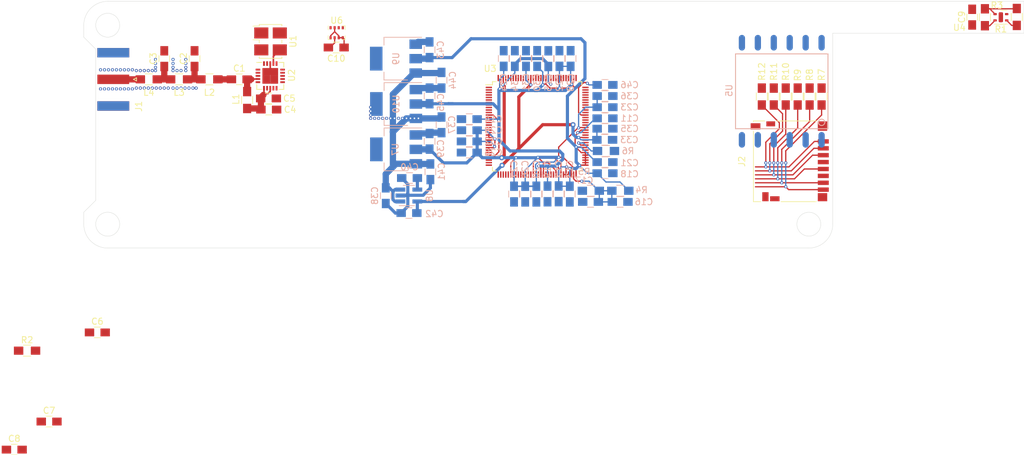
<source format=kicad_pcb>
(kicad_pcb (version 20171130) (host pcbnew "(5.1.8)-1")
  (layers (0 F.Cu signal) (31 B.Cu signal) (34 B.Paste user) (35 F.Paste user) (36 B.SilkS user) (37 F.SilkS user) (38 B.Mask user) (39 F.Mask user hide) (44 Edge.Cuts user))
  (net 0 "")
  (net 1 "Net-(C1-Pad2)")
  (net 2 "Net-(C1-Pad1)")
  (net 3 "Net-(C2-Pad1)")
  (net 4 GND)
  (net 5 "Net-(C3-Pad1)")
  (net 6 +3V3)
  (net 7 "Net-(U1-Pad3)")
  (net 8 "Net-(U2-Pad20)")
  (net 9 "Net-(U2-Pad19)")
  (net 10 "Net-(U2-Pad16)")
  (net 11 TX_CS)
  (net 12 TX_MOSI)
  (net 13 TX_MISO)
  (net 14 TX_CLK)
  (net 15 TX_IRQ)
  (net 16 "Net-(U2-Pad10)")
  (net 17 "Net-(U2-Pad9)")
  (net 18 "Net-(U2-Pad7)")
  (net 19 "Net-(U2-Pad5)")
  (net 20 "Net-(U2-Pad3)")
  (net 21 "Net-(U2-Pad2)")
  (net 22 "Net-(J1-Pad1)")
  (net 23 "Net-(U3-Pad1)")
  (net 24 "Net-(U3-Pad2)")
  (net 25 "Net-(U3-Pad3)")
  (net 26 "Net-(U3-Pad4)")
  (net 27 "Net-(U3-Pad5)")
  (net 28 "Net-(U3-Pad6)")
  (net 29 "Net-(U3-Pad7)")
  (net 30 "Net-(U3-Pad10)")
  (net 31 "Net-(U3-Pad11)")
  (net 32 "Net-(U3-Pad13)")
  (net 33 "Net-(U3-Pad14)")
  (net 34 "Net-(U3-Pad15)")
  (net 35 "Net-(U3-Pad16)")
  (net 36 "Net-(U3-Pad17)")
  (net 37 "Net-(U3-Pad18)")
  (net 38 "Net-(U3-Pad22)")
  (net 39 "Net-(U3-Pad23)")
  (net 40 "Net-(U3-Pad24)")
  (net 41 "Net-(U3-Pad27)")
  (net 42 "Net-(U3-Pad28)")
  (net 43 "Net-(U3-Pad30)")
  (net 44 "Net-(U3-Pad31)")
  (net 45 "Net-(U3-Pad32)")
  (net 46 "Net-(U3-Pad33)")
  (net 47 "Net-(U3-Pad34)")
  (net 48 "Net-(U3-Pad35)")
  (net 49 "Net-(U3-Pad36)")
  (net 50 "Net-(U3-Pad37)")
  (net 51 "Net-(U3-Pad41)")
  (net 52 "Net-(U3-Pad42)")
  (net 53 "Net-(U3-Pad43)")
  (net 54 "Net-(U3-Pad44)")
  (net 55 "Net-(U3-Pad45)")
  (net 56 "Net-(U3-Pad46)")
  (net 57 "Net-(U3-Pad48)")
  (net 58 "Net-(U3-Pad49)")
  (net 59 "Net-(U3-Pad52)")
  (net 60 "Net-(U3-Pad53)")
  (net 61 "Net-(U3-Pad54)")
  (net 62 "Net-(U3-Pad55)")
  (net 63 "Net-(U3-Pad74)")
  (net 64 "Net-(U3-Pad75)")
  (net 65 "Net-(U3-Pad77)")
  (net 66 "Net-(U3-Pad78)")
  (net 67 "Net-(U3-Pad81)")
  (net 68 "Net-(U3-Pad82)")
  (net 69 "Net-(U3-Pad83)")
  (net 70 "Net-(U3-Pad84)")
  (net 71 "Net-(U3-Pad86)")
  (net 72 "Net-(U3-Pad87)")
  (net 73 "Net-(U3-Pad88)")
  (net 74 "Net-(U3-Pad89)")
  (net 75 "Net-(U3-Pad90)")
  (net 76 "Net-(U3-Pad91)")
  (net 77 "Net-(U3-Pad92)")
  (net 78 "Net-(U3-Pad93)")
  (net 79 "Net-(U3-Pad94)")
  (net 80 "Net-(U3-Pad95)")
  (net 81 "Net-(U3-Pad96)")
  (net 82 "Net-(U3-Pad97)")
  (net 83 "Net-(U3-Pad99)")
  (net 84 "Net-(U3-Pad100)")
  (net 85 "Net-(U3-Pad110)")
  (net 86 "Net-(U3-Pad111)")
  (net 87 "Net-(U3-Pad112)")
  (net 88 "Net-(U3-Pad113)")
  (net 89 "Net-(U3-Pad114)")
  (net 90 "Net-(U3-Pad117)")
  (net 91 "Net-(U3-Pad118)")
  (net 92 "Net-(U3-Pad119)")
  (net 93 "Net-(U3-Pad120)")
  (net 94 "Net-(U3-Pad121)")
  (net 95 "Net-(U3-Pad122)")
  (net 96 "Net-(U3-Pad123)")
  (net 97 "Net-(U3-Pad124)")
  (net 98 "Net-(U3-Pad125)")
  (net 99 "Net-(U3-Pad128)")
  (net 100 "Net-(C6-Pad2)")
  (net 101 +1V8)
  (net 102 +1V2)
  (net 103 "Net-(C16-Pad1)")
  (net 104 +3V0)
  (net 105 HT_SENSE_SDA)
  (net 106 "Net-(R2-Pad1)")
  (net 107 HT_SENSE_SCL)
  (net 108 "Net-(R6-Pad1)")
  (net 109 "Net-(U5-Pad6)")
  (net 110 GPS_TX)
  (net 111 GPS_RX)
  (net 112 "Net-(U5-Pad11)")
  (net 113 "Net-(U5-Pad9)")
  (net 114 "Net-(U5-Pad8)")
  (net 115 "Net-(U5-Pad7)")
  (net 116 "Net-(U4-Pad5)")
  (net 117 PRESSURE_SENSE_SDA)
  (net 118 PRESSURE_SENSE_SCL)
  (net 119 SD_DAT2)
  (net 120 SD_DAT3)
  (net 121 SD_CMD)
  (net 122 SD_CLK)
  (net 123 SD_DAT0)
  (net 124 SD_DAT1)
  (net 125 CPU_RX)
  (net 126 CPU_TX)
  (net 127 +BATT)
  (net 128 "Net-(C40-Pad1)")
  (module Capacitors_SMD:C_0805_HandSoldering (layer B.Cu) (at 161.818 86.995)
    (fp_text reference C46 (at 3.917 0) (layer B.SilkS) (effects (justify mirror)))
    (fp_text value 100nF)
    (pad 1 smd rect (at -1.25 0) (size 1.5 1.25) (layers B.Cu B.Paste B.Mask) (net 6 +3V3))
    (pad 2 smd rect (at 1.25 0) (size 1.5 1.25) (layers B.Cu B.Paste B.Mask) (net 4 GND))
  )
  (module TO_SOT_Packages_SMD:SOT-223 (layer B.Cu) (at 128.524 90.043 180)
    (fp_text reference U10 (at 0 0 -90) (layer B.SilkS) (effects (justify mirror)))
    (fp_text value AZ1117-3.3)
    (pad 4 smd rect (at 3.15 0 180) (size 2 3.8) (layers B.Cu B.Paste B.Mask))
    (pad 2 smd rect (at -3.15 0 180) (size 2 1.5) (layers B.Cu B.Paste B.Mask) (net 6 +3V3))
    (pad 3 smd rect (at -3.15 -2.3 180) (size 2 1.5) (layers B.Cu B.Paste B.Mask) (net 127 +BATT))
    (pad 1 smd rect (at -3.15 2.3 180) (size 2 1.5) (layers B.Cu B.Paste B.Mask) (net 4 GND))
  )
  (module TO_SOT_Packages_SMD:SOT-223 (layer B.Cu) (at 128.499 82.804 180)
    (fp_text reference U9 (at 0 0 -90) (layer B.SilkS) (effects (justify mirror)))
    (fp_text value AZ1117-1.8)
    (pad 4 smd rect (at 3.15 0 180) (size 2 3.8) (layers B.Cu B.Paste B.Mask))
    (pad 2 smd rect (at -3.15 0 180) (size 2 1.5) (layers B.Cu B.Paste B.Mask) (net 101 +1V8))
    (pad 3 smd rect (at -3.15 -2.3 180) (size 2 1.5) (layers B.Cu B.Paste B.Mask) (net 127 +BATT))
    (pad 1 smd rect (at -3.15 2.3 180) (size 2 1.5) (layers B.Cu B.Paste B.Mask) (net 4 GND))
  )
  (module TO_SOT_Packages_SMD:SOT-23-5_HandSoldering (layer B.Cu) (at 130.556 104.648)
    (fp_text reference U8 (at 3.302 0 -90) (layer B.SilkS) (effects (justify mirror)))
    (fp_text value MIC5219-3.0YM5)
    (pad 1 smd rect (at -1.35 0.95) (size 1.56 0.65) (layers B.Cu B.Paste B.Mask) (net 127 +BATT))
    (pad 2 smd rect (at -1.35 0) (size 1.56 0.65) (layers B.Cu B.Paste B.Mask) (net 4 GND))
    (pad 3 smd rect (at -1.35 -0.95) (size 1.56 0.65) (layers B.Cu B.Paste B.Mask) (net 127 +BATT))
    (pad 4 smd rect (at 1.35 -0.95) (size 1.56 0.65) (layers B.Cu B.Paste B.Mask) (net 128 "Net-(C40-Pad1)"))
    (pad 5 smd rect (at 1.35 0.95) (size 1.56 0.65) (layers B.Cu B.Paste B.Mask) (net 104 +3V0))
  )
  (module TO_SOT_Packages_SMD:SOT-223 (layer B.Cu) (at 128.524 97.282 180)
    (fp_text reference U7 (at 0.127 0 90) (layer B.SilkS) (effects (justify mirror)))
    (fp_text value AZ1117-1.2)
    (pad 4 smd rect (at 3.15 0 180) (size 2 3.8) (layers B.Cu B.Paste B.Mask))
    (pad 2 smd rect (at -3.15 0 180) (size 2 1.5) (layers B.Cu B.Paste B.Mask) (net 102 +1V2))
    (pad 3 smd rect (at -3.15 -2.3 180) (size 2 1.5) (layers B.Cu B.Paste B.Mask) (net 127 +BATT))
    (pad 1 smd rect (at -3.15 2.3 180) (size 2 1.5) (layers B.Cu B.Paste B.Mask) (net 4 GND))
  )
  (module Capacitors_SMD:C_0805_HandSoldering (layer B.Cu) (at 133.858 88.753 90)
    (fp_text reference C45 (at -1.036 1.778 -90) (layer B.SilkS) (effects (justify mirror)))
    (fp_text value 10uF)
    (pad 1 smd rect (at -1.25 0 90) (size 1.5 1.25) (layers B.Cu B.Paste B.Mask) (net 6 +3V3))
    (pad 2 smd rect (at 1.25 0 90) (size 1.5 1.25) (layers B.Cu B.Paste B.Mask) (net 4 GND))
  )
  (module Capacitors_SMD:C_0805_HandSoldering (layer B.Cu) (at 135.763 86.253 270)
    (fp_text reference C44 (at 0 -1.778 270) (layer B.SilkS) (effects (justify mirror)))
    (fp_text value 10UF)
    (pad 1 smd rect (at -1.25 0 270) (size 1.5 1.25) (layers B.Cu B.Paste B.Mask) (net 127 +BATT))
    (pad 2 smd rect (at 1.25 0 270) (size 1.5 1.25) (layers B.Cu B.Paste B.Mask) (net 4 GND))
  )
  (module Capacitors_SMD:C_0805_HandSoldering (layer B.Cu) (at 133.858 81.387 90)
    (fp_text reference C43 (at 0 1.75 -90) (layer B.SilkS) (effects (justify mirror)))
    (fp_text value 10uF)
    (pad 1 smd rect (at -1.25 0 90) (size 1.5 1.25) (layers B.Cu B.Paste B.Mask) (net 101 +1V8))
    (pad 2 smd rect (at 1.25 0 90) (size 1.5 1.25) (layers B.Cu B.Paste B.Mask) (net 4 GND))
  )
  (module Capacitors_SMD:C_0805_HandSoldering (layer B.Cu) (at 130.576 107.442 180)
    (fp_text reference C42 (at -4.044 -0.127) (layer B.SilkS) (effects (justify mirror)))
    (fp_text value 10uF)
    (pad 1 smd rect (at -1.25 0 180) (size 1.5 1.25) (layers B.Cu B.Paste B.Mask) (net 104 +3V0))
    (pad 2 smd rect (at 1.25 0 180) (size 1.5 1.25) (layers B.Cu B.Paste B.Mask) (net 4 GND))
  )
  (module Capacitors_SMD:C_0805_HandSoldering (layer B.Cu) (at 133.985 100.858 270)
    (fp_text reference C41 (at -0.02 -1.778 270) (layer B.SilkS) (effects (justify mirror)))
    (fp_text value 10uF)
    (pad 1 smd rect (at -1.25 0 270) (size 1.5 1.25) (layers B.Cu B.Paste B.Mask) (net 127 +BATT))
    (pad 2 smd rect (at 1.25 0 270) (size 1.5 1.25) (layers B.Cu B.Paste B.Mask) (net 4 GND))
  )
  (module Capacitors_SMD:C_0805_HandSoldering (layer B.Cu) (at 130.663 101.854 180)
    (fp_text reference C40 (at 0 1.75) (layer B.SilkS) (effects (justify mirror)))
    (fp_text value 470pF)
    (pad 1 smd rect (at -1.25 0 180) (size 1.5 1.25) (layers B.Cu B.Paste B.Mask) (net 128 "Net-(C40-Pad1)"))
    (pad 2 smd rect (at 1.25 0 180) (size 1.5 1.25) (layers B.Cu B.Paste B.Mask) (net 4 GND))
  )
  (module Capacitors_SMD:C_0805_HandSoldering (layer B.Cu) (at 133.858 95.992 90)
    (fp_text reference C39 (at -1.163 1.778 -90) (layer B.SilkS) (effects (justify mirror)))
    (fp_text value 10uF)
    (pad 1 smd rect (at -1.25 0 90) (size 1.5 1.25) (layers B.Cu B.Paste B.Mask) (net 102 +1V2))
    (pad 2 smd rect (at 1.25 0 90) (size 1.5 1.25) (layers B.Cu B.Paste B.Mask) (net 4 GND))
  )
  (module Capacitors_SMD:C_0805_HandSoldering (layer B.Cu) (at 126.873 104.668 270)
    (fp_text reference C38 (at 0 1.75 270) (layer B.SilkS) (effects (justify mirror)))
    (fp_text value 10uF)
    (pad 1 smd rect (at -1.25 0 270) (size 1.5 1.25) (layers B.Cu B.Paste B.Mask) (net 127 +BATT))
    (pad 2 smd rect (at 1.25 0 270) (size 1.5 1.25) (layers B.Cu B.Paste B.Mask) (net 4 GND))
  )
  (module Capacitors_SMD:C_0805_HandSoldering (layer B.Cu) (at 135.763 93.365 270)
    (fp_text reference C37 (at -0.02 -1.651 270) (layer B.SilkS) (effects (justify mirror)))
    (fp_text value 10uF)
    (pad 1 smd rect (at -1.25 0 270) (size 1.5 1.25) (layers B.Cu B.Paste B.Mask) (net 127 +BATT))
    (pad 2 smd rect (at 1.25 0 270) (size 1.5 1.25) (layers B.Cu B.Paste B.Mask) (net 4 GND))
  )
  (module Resistors_SMD:R_0805_HandSoldering (layer F.Cu) (at 186.817 88.853 270)
    (fp_text reference R12 (at -3.984 0 90) (layer F.SilkS))
    (fp_text value 47K)
    (pad 1 smd rect (at -1.35 0 270) (size 1.5 1.3) (layers F.Cu F.Paste F.Mask) (net 6 +3V3))
    (pad 2 smd rect (at 1.35 0 270) (size 1.5 1.3) (layers F.Cu F.Paste F.Mask) (net 119 SD_DAT2))
  )
  (module Resistors_SMD:R_0805_HandSoldering (layer F.Cu) (at 188.722 88.853 270)
    (fp_text reference R11 (at -3.984 0 90) (layer F.SilkS))
    (fp_text value 47K)
    (pad 1 smd rect (at -1.35 0 270) (size 1.5 1.3) (layers F.Cu F.Paste F.Mask) (net 6 +3V3))
    (pad 2 smd rect (at 1.35 0 270) (size 1.5 1.3) (layers F.Cu F.Paste F.Mask) (net 120 SD_DAT3))
  )
  (module Resistors_SMD:R_0805_HandSoldering (layer F.Cu) (at 190.627 88.853 270)
    (fp_text reference R10 (at -3.984 0 90) (layer F.SilkS))
    (fp_text value 47K)
    (pad 1 smd rect (at -1.35 0 270) (size 1.5 1.3) (layers F.Cu F.Paste F.Mask) (net 6 +3V3))
    (pad 2 smd rect (at 1.35 0 270) (size 1.5 1.3) (layers F.Cu F.Paste F.Mask) (net 121 SD_CMD))
  )
  (module Resistors_SMD:R_0805_HandSoldering (layer F.Cu) (at 192.532 88.853 270)
    (fp_text reference R9 (at -3.429 0 90) (layer F.SilkS))
    (fp_text value 47K)
    (pad 1 smd rect (at -1.35 0 270) (size 1.5 1.3) (layers F.Cu F.Paste F.Mask) (net 6 +3V3))
    (pad 2 smd rect (at 1.35 0 270) (size 1.5 1.3) (layers F.Cu F.Paste F.Mask) (net 122 SD_CLK))
  )
  (module Resistors_SMD:R_0805_HandSoldering (layer F.Cu) (at 194.437 88.853 270)
    (fp_text reference R8 (at -3.476 0 90) (layer F.SilkS))
    (fp_text value 47K)
    (pad 1 smd rect (at -1.35 0 270) (size 1.5 1.3) (layers F.Cu F.Paste F.Mask) (net 6 +3V3))
    (pad 2 smd rect (at 1.35 0 270) (size 1.5 1.3) (layers F.Cu F.Paste F.Mask) (net 123 SD_DAT0))
  )
  (module Resistors_SMD:R_0805_HandSoldering (layer F.Cu) (at 196.342 88.853 270)
    (fp_text reference R7 (at -3.476 0 90) (layer F.SilkS))
    (fp_text value 47K)
    (pad 1 smd rect (at -1.35 0 270) (size 1.5 1.3) (layers F.Cu F.Paste F.Mask) (net 6 +3V3))
    (pad 2 smd rect (at 1.35 0 270) (size 1.5 1.3) (layers F.Cu F.Paste F.Mask) (net 124 SD_DAT1))
  )
  (module Connector_Card:microSD_HC_Hirose_DM3D-SF (layer F.Cu) (at 191.262 99.187 90)
    (fp_text reference J2 (at -0.025 -7.625 90) (layer F.SilkS))
    (fp_text value DM3D-SF)
    (pad 10 smd rect (at 5.575 -5.45 90) (size 1 1.55) (layers F.Cu F.Paste F.Mask))
    (pad 11 smd rect (at 5.625 5.225 90) (size 1.5 1.5) (layers F.Cu F.Paste F.Mask))
    (pad 1 smd rect (at 3.175 5.35 90) (size 0.7 1.75) (layers F.Cu F.Paste F.Mask) (net 119 SD_DAT2))
    (pad 2 smd rect (at 2.075 5.35 90) (size 0.7 1.75) (layers F.Cu F.Paste F.Mask) (net 120 SD_DAT3))
    (pad 3 smd rect (at 0.975 5.35 90) (size 0.7 1.75) (layers F.Cu F.Paste F.Mask) (net 121 SD_CMD))
    (pad 4 smd rect (at -0.125 5.35 90) (size 0.7 1.75) (layers F.Cu F.Paste F.Mask) (net 6 +3V3))
    (pad 5 smd rect (at -1.225 5.35 90) (size 0.7 1.75) (layers F.Cu F.Paste F.Mask) (net 122 SD_CLK))
    (pad 6 smd rect (at -2.325 5.35 90) (size 0.7 1.75) (layers F.Cu F.Paste F.Mask) (net 4 GND))
    (pad 7 smd rect (at -3.425 5.35 90) (size 0.7 1.75) (layers F.Cu F.Paste F.Mask) (net 123 SD_DAT0))
    (pad 11 smd rect (at 5.975 -3.025 90) (size 0.8 1.4) (layers F.Cu F.Paste F.Mask))
    (pad 9 smd rect (at -5.65 -3.875 90) (size 1.45 1) (layers F.Cu F.Paste F.Mask) (net 4 GND))
    (pad 11 smd rect (at -5.975 -2.375 90) (size 0.8 1.5) (layers F.Cu F.Paste F.Mask))
    (pad 11 smd rect (at -5.725 5.225 90) (size 1.3 1.5) (layers F.Cu F.Paste F.Mask))
    (pad 8 smd rect (at -4.525 5.35 90) (size 0.7 1.75) (layers F.Cu F.Paste F.Mask) (net 124 SD_DAT1))
  )
  (module Package_LGA:Bosch_LGA-8_2x2.5mm_P0.65mm_ClockwisePinNumbering (layer F.Cu) (at 119.050001 78.668001)
    (fp_text reference U6 (at 0 -1.960001) (layer F.SilkS))
    (fp_text value BMP280)
    (pad 8 smd rect (at -0.975 0.8 90) (size 0.5 0.35) (layers F.Cu F.Paste F.Mask) (net 6 +3V3))
    (pad 2 smd rect (at -0.325 -0.8 90) (size 0.5 0.35) (layers F.Cu F.Paste F.Mask) (net 6 +3V3))
    (pad 3 smd rect (at 0.325 -0.8 90) (size 0.5 0.35) (layers F.Cu F.Paste F.Mask) (net 117 PRESSURE_SENSE_SDA))
    (pad 4 smd rect (at 0.975 -0.8 90) (size 0.5 0.35) (layers F.Cu F.Paste F.Mask) (net 118 PRESSURE_SENSE_SCL))
    (pad 7 smd rect (at -0.325 0.8 90) (size 0.5 0.35) (layers F.Cu F.Paste F.Mask) (net 4 GND))
    (pad 6 smd rect (at 0.325 0.8 90) (size 0.5 0.35) (layers F.Cu F.Paste F.Mask) (net 6 +3V3))
    (pad 5 smd rect (at 0.975 0.8 90) (size 0.5 0.35) (layers F.Cu F.Paste F.Mask) (net 6 +3V3))
    (pad 1 smd rect (at -0.975 -0.8 90) (size 0.5 0.35) (layers F.Cu F.Paste F.Mask) (net 4 GND))
  )
  (module Sensor_Humidity:Sensirion_DFN-4-1EP_2x2mm_P1mm_EP0.7x1.6mm (layer F.Cu) (at 224.917 76.2)
    (fp_text reference U4 (at -6.604 1.651 180) (layer F.SilkS))
    (fp_text value SHTC3)
    (pad 5 smd roundrect (at 0 0) (size 0.7 1.6) (layers F.Cu F.Mask) (net 116 "Net-(U4-Pad5)"))
    (pad 4 smd roundrect (at 0.925 -0.5) (size 0.55 0.35) (layers F.Cu F.Mask) (net 4 GND))
    (pad 3 smd roundrect (at 0.925 0.5) (size 0.55 0.35) (layers F.Cu F.Mask) (net 105 HT_SENSE_SDA))
    (pad 2 smd roundrect (at -0.925 0.5) (size 0.55 0.35) (layers F.Cu F.Mask) (net 107 HT_SENSE_SCL))
    (pad 1 smd roundrect (at -0.925 -0.5) (size 0.55 0.35) (layers F.Cu F.Mask) (net 6 +3V3))
  )
  (module custom_footprints:L80-R (layer B.Cu) (at 189.992 87.884 270)
    (fp_text reference U5 (at 0 8.382 270) (layer B.SilkS) (effects (justify mirror)))
    (fp_text value L80-R)
    (pad 6 smd oval (at 7.874 6.35 270) (size 2.5 1) (layers B.Cu B.Paste B.Mask) (net 109 "Net-(U5-Pad6)"))
    (pad 5 smd oval (at 7.874 3.81 270) (size 2.5 1) (layers B.Cu B.Paste B.Mask))
    (pad 4 smd oval (at 7.874 1.27 270) (size 2.5 1) (layers B.Cu B.Paste B.Mask) (net 6 +3V3))
    (pad 3 smd oval (at 7.874 -1.27 270) (size 2.5 1) (layers B.Cu B.Paste B.Mask) (net 4 GND))
    (pad 2 smd oval (at 7.874 -3.81 270) (size 2.5 1) (layers B.Cu B.Paste B.Mask) (net 110 GPS_TX))
    (pad 1 smd oval (at 7.874 -6.35 270) (size 2.5 1) (layers B.Cu B.Paste B.Mask) (net 111 GPS_RX))
    (pad 12 smd oval (at -7.62 -6.35 270) (size 2.5 1) (layers B.Cu B.Paste B.Mask) (net 4 GND))
    (pad 11 smd oval (at -7.62 -3.81 270) (size 2.5 1) (layers B.Cu B.Paste B.Mask) (net 112 "Net-(U5-Pad11)"))
    (pad 10 smd oval (at -7.62 -1.27 270) (size 2.5 1) (layers B.Cu B.Paste B.Mask) (net 106 "Net-(R2-Pad1)"))
    (pad 9 smd oval (at -7.62 1.27 270) (size 2.5 1) (layers B.Cu B.Paste B.Mask) (net 113 "Net-(U5-Pad9)"))
    (pad 8 smd oval (at -7.62 3.81 270) (size 2.5 1) (layers B.Cu B.Paste B.Mask) (net 114 "Net-(U5-Pad8)"))
    (pad 7 smd oval (at -7.62 6.35 270) (size 2.5 1) (layers B.Cu B.Paste B.Mask) (net 115 "Net-(U5-Pad7)"))
  )
  (module Resistors_SMD:R_0805_HandSoldering (layer B.Cu) (at 161.972 97.536)
    (fp_text reference R6 (at 3.509 0) (layer B.SilkS) (effects (justify mirror)))
    (fp_text value 240)
    (pad 1 smd rect (at -1.35 0) (size 1.5 1.3) (layers B.Cu B.Paste B.Mask) (net 108 "Net-(R6-Pad1)"))
    (pad 2 smd rect (at 1.35 0) (size 1.5 1.3) (layers B.Cu B.Paste B.Mask) (net 4 GND))
  )
  (module Resistors_SMD:R_0805_HandSoldering (layer B.Cu) (at 159.559 103.886)
    (fp_text reference R5 (at -1.063 -3.048) (layer B.SilkS) (effects (justify mirror)))
    (fp_text value 2K)
    (pad 1 smd rect (at -1.35 0) (size 1.5 1.3) (layers B.Cu B.Paste B.Mask) (net 4 GND))
    (pad 2 smd rect (at 1.35 0) (size 1.5 1.3) (layers B.Cu B.Paste B.Mask) (net 103 "Net-(C16-Pad1)"))
  )
  (module Resistors_SMD:R_0805_HandSoldering (layer B.Cu) (at 164.258 103.886 180)
    (fp_text reference R4 (at -3.382 0.127) (layer B.SilkS) (effects (justify mirror)))
    (fp_text value 2K)
    (pad 1 smd rect (at -1.35 0 180) (size 1.5 1.3) (layers B.Cu B.Paste B.Mask) (net 101 +1V8))
    (pad 2 smd rect (at 1.35 0 180) (size 1.5 1.3) (layers B.Cu B.Paste B.Mask) (net 103 "Net-(C16-Pad1)"))
  )
  (module Resistors_SMD:R_0805_HandSoldering (layer F.Cu) (at 222.377 76.2 270)
    (fp_text reference R3 (at -1.905 -1.905 180) (layer F.SilkS))
    (fp_text value 10K)
    (pad 1 smd rect (at -1.35 0 270) (size 1.5 1.3) (layers F.Cu F.Paste F.Mask) (net 6 +3V3))
    (pad 2 smd rect (at 1.35 0 270) (size 1.5 1.3) (layers F.Cu F.Paste F.Mask) (net 107 HT_SENSE_SCL))
  )
  (module Resistors_SMD:R_0805_HandSoldering (layer F.Cu) (at 69.699 129.402)
    (fp_text reference R2 (at 0 -1.7) (layer F.SilkS))
    (fp_text value 10K)
    (pad 1 smd rect (at -1.35 0) (size 1.5 1.3) (layers F.Cu F.Paste F.Mask) (net 106 "Net-(R2-Pad1)"))
    (pad 2 smd rect (at 1.35 0) (size 1.5 1.3) (layers F.Cu F.Paste F.Mask) (net 6 +3V3))
  )
  (module Resistors_SMD:R_0805_HandSoldering (layer F.Cu) (at 227.457 76.153 270)
    (fp_text reference R1 (at 1.952 2.54 180) (layer F.SilkS))
    (fp_text value 10K)
    (pad 1 smd rect (at -1.35 0 270) (size 1.5 1.3) (layers F.Cu F.Paste F.Mask) (net 6 +3V3))
    (pad 2 smd rect (at 1.35 0 270) (size 1.5 1.3) (layers F.Cu F.Paste F.Mask) (net 105 HT_SENSE_SDA))
  )
  (module Capacitors_SMD:C_0805_HandSoldering (layer B.Cu) (at 161.818 88.773)
    (fp_text reference C36 (at 3.917 0) (layer B.SilkS) (effects (justify mirror)))
    (fp_text value 100nF)
    (pad 1 smd rect (at -1.25 0) (size 1.5 1.25) (layers B.Cu B.Paste B.Mask) (net 102 +1V2))
    (pad 2 smd rect (at 1.25 0) (size 1.5 1.25) (layers B.Cu B.Paste B.Mask) (net 4 GND))
  )
  (module Capacitors_SMD:C_0805_HandSoldering (layer B.Cu) (at 161.818 93.98)
    (fp_text reference C35 (at 3.917 0 180) (layer B.SilkS) (effects (justify mirror)))
    (fp_text value 100nF)
    (pad 1 smd rect (at -1.25 0) (size 1.5 1.25) (layers B.Cu B.Paste B.Mask) (net 104 +3V0))
    (pad 2 smd rect (at 1.25 0) (size 1.5 1.25) (layers B.Cu B.Paste B.Mask) (net 4 GND))
  )
  (module Capacitors_SMD:C_0805_HandSoldering (layer B.Cu) (at 147.447 82.784 90)
    (fp_text reference C34 (at -3.83 0 90) (layer B.SilkS) (effects (justify mirror)))
    (fp_text value 100nF)
    (pad 1 smd rect (at -1.25 0 90) (size 1.5 1.25) (layers B.Cu B.Paste B.Mask) (net 102 +1V2))
    (pad 2 smd rect (at 1.25 0 90) (size 1.5 1.25) (layers B.Cu B.Paste B.Mask) (net 4 GND))
  )
  (module Capacitors_SMD:C_0805_HandSoldering (layer B.Cu) (at 161.778 95.758)
    (fp_text reference C33 (at 3.917 0 180) (layer B.SilkS) (effects (justify mirror)))
    (fp_text value 10uF)
    (pad 1 smd rect (at -1.25 0) (size 1.5 1.25) (layers B.Cu B.Paste B.Mask) (net 104 +3V0))
    (pad 2 smd rect (at 1.25 0) (size 1.5 1.25) (layers B.Cu B.Paste B.Mask) (net 4 GND))
  )
  (module Capacitors_SMD:C_0805_HandSoldering (layer B.Cu) (at 140.188 96.012 180)
    (fp_text reference C32 (at -3.83 0) (layer B.SilkS) (effects (justify mirror)))
    (fp_text value 100nF)
    (pad 1 smd rect (at -1.25 0 180) (size 1.5 1.25) (layers B.Cu B.Paste B.Mask) (net 102 +1V2))
    (pad 2 smd rect (at 1.25 0 180) (size 1.5 1.25) (layers B.Cu B.Paste B.Mask) (net 4 GND))
  )
  (module Capacitors_SMD:C_0805_HandSoldering (layer B.Cu) (at 149.225 82.784 90)
    (fp_text reference C31 (at -3.83 0 90) (layer B.SilkS) (effects (justify mirror)))
    (fp_text value 100nF)
    (pad 1 smd rect (at -1.25 0 90) (size 1.5 1.25) (layers B.Cu B.Paste B.Mask) (net 104 +3V0))
    (pad 2 smd rect (at 1.25 0 90) (size 1.5 1.25) (layers B.Cu B.Paste B.Mask) (net 4 GND))
  )
  (module Capacitors_SMD:C_0805_HandSoldering (layer B.Cu) (at 151.003 82.784 90)
    (fp_text reference C30 (at -3.83 0 270) (layer B.SilkS) (effects (justify mirror)))
    (fp_text value C)
    (pad 1 smd rect (at -1.25 0 90) (size 1.5 1.25) (layers B.Cu B.Paste B.Mask) (net 6 +3V3))
    (pad 2 smd rect (at 1.25 0 90) (size 1.5 1.25) (layers B.Cu B.Paste B.Mask) (net 4 GND))
  )
  (module Capacitors_SMD:C_0805_HandSoldering (layer B.Cu) (at 140.188 94.234 180)
    (fp_text reference C29 (at -3.83 0) (layer B.SilkS) (effects (justify mirror)))
    (fp_text value 1uF)
    (pad 1 smd rect (at -1.25 0 180) (size 1.5 1.25) (layers B.Cu B.Paste B.Mask) (net 102 +1V2))
    (pad 2 smd rect (at 1.25 0 180) (size 1.5 1.25) (layers B.Cu B.Paste B.Mask) (net 4 GND))
  )
  (module Capacitors_SMD:C_0805_HandSoldering (layer B.Cu) (at 156.337 82.784 90)
    (fp_text reference C28 (at -3.83 0 270) (layer B.SilkS) (effects (justify mirror)))
    (fp_text value 100nF)
    (pad 1 smd rect (at -1.25 0 90) (size 1.5 1.25) (layers B.Cu B.Paste B.Mask) (net 6 +3V3))
    (pad 2 smd rect (at 1.25 0 90) (size 1.5 1.25) (layers B.Cu B.Paste B.Mask) (net 4 GND))
  )
  (module Capacitors_SMD:C_0805_HandSoldering (layer B.Cu) (at 147.32 104.414 270)
    (fp_text reference C27 (at -3.957 0 270) (layer B.SilkS) (effects (justify mirror)))
    (fp_text value 1uF)
    (pad 1 smd rect (at -1.25 0 270) (size 1.5 1.25) (layers B.Cu B.Paste B.Mask) (net 102 +1V2))
    (pad 2 smd rect (at 1.25 0 270) (size 1.5 1.25) (layers B.Cu B.Paste B.Mask) (net 4 GND))
  )
  (module Capacitors_SMD:C_0805_HandSoldering (layer B.Cu) (at 149.098 104.414 270)
    (fp_text reference C26 (at -3.957 0 270) (layer B.SilkS) (effects (justify mirror)))
    (fp_text value 10uF)
    (pad 1 smd rect (at -1.25 0 270) (size 1.5 1.25) (layers B.Cu B.Paste B.Mask) (net 102 +1V2))
    (pad 2 smd rect (at 1.25 0 270) (size 1.5 1.25) (layers B.Cu B.Paste B.Mask) (net 4 GND))
  )
  (module Capacitors_SMD:C_0805_HandSoldering (layer B.Cu) (at 140.188 97.79 180)
    (fp_text reference C25 (at -3.83 0) (layer B.SilkS) (effects (justify mirror)))
    (fp_text value 100nF)
    (pad 1 smd rect (at -1.25 0 180) (size 1.5 1.25) (layers B.Cu B.Paste B.Mask) (net 102 +1V2))
    (pad 2 smd rect (at 1.25 0 180) (size 1.5 1.25) (layers B.Cu B.Paste B.Mask) (net 4 GND))
  )
  (module Capacitors_SMD:C_0805_HandSoldering (layer B.Cu) (at 145.669 82.784 90)
    (fp_text reference C24 (at -3.83 0 90) (layer B.SilkS) (effects (justify mirror)))
    (fp_text value 100nF)
    (pad 1 smd rect (at -1.25 0 90) (size 1.5 1.25) (layers B.Cu B.Paste B.Mask) (net 6 +3V3))
    (pad 2 smd rect (at 1.25 0 90) (size 1.5 1.25) (layers B.Cu B.Paste B.Mask) (net 4 GND))
  )
  (module Capacitors_SMD:C_0805_HandSoldering (layer B.Cu) (at 161.818 90.551)
    (fp_text reference C23 (at 3.917 0 180) (layer B.SilkS) (effects (justify mirror)))
    (fp_text value 1uF)
    (pad 1 smd rect (at -1.25 0) (size 1.5 1.25) (layers B.Cu B.Paste B.Mask) (net 102 +1V2))
    (pad 2 smd rect (at 1.25 0) (size 1.5 1.25) (layers B.Cu B.Paste B.Mask) (net 4 GND))
  )
  (module Capacitors_SMD:C_0805_HandSoldering (layer B.Cu) (at 154.559 82.784 90)
    (fp_text reference C22 (at -3.83 0 90) (layer B.SilkS) (effects (justify mirror)))
    (fp_text value 100nF)
    (pad 1 smd rect (at -1.25 0 90) (size 1.5 1.25) (layers B.Cu B.Paste B.Mask) (net 6 +3V3))
    (pad 2 smd rect (at 1.25 0 90) (size 1.5 1.25) (layers B.Cu B.Paste B.Mask) (net 4 GND))
  )
  (module Capacitors_SMD:C_0805_HandSoldering (layer B.Cu) (at 161.818 99.314)
    (fp_text reference C21 (at 3.917 0.127) (layer B.SilkS) (effects (justify mirror)))
    (fp_text value 100nF)
    (pad 1 smd rect (at -1.25 0) (size 1.5 1.25) (layers B.Cu B.Paste B.Mask) (net 101 +1V8))
    (pad 2 smd rect (at 1.25 0) (size 1.5 1.25) (layers B.Cu B.Paste B.Mask) (net 4 GND))
  )
  (module Capacitors_SMD:C_0805_HandSoldering (layer B.Cu) (at 150.876 104.414 270)
    (fp_text reference C20 (at -3.957 0 270) (layer B.SilkS) (effects (justify mirror)))
    (fp_text value 1uF)
    (pad 1 smd rect (at -1.25 0 270) (size 1.5 1.25) (layers B.Cu B.Paste B.Mask) (net 102 +1V2))
    (pad 2 smd rect (at 1.25 0 270) (size 1.5 1.25) (layers B.Cu B.Paste B.Mask) (net 4 GND))
  )
  (module Capacitors_SMD:C_0805_HandSoldering (layer B.Cu) (at 152.654 104.394 270)
    (fp_text reference C19 (at -3.937 0 270) (layer B.SilkS) (effects (justify mirror)))
    (fp_text value 1uF)
    (pad 1 smd rect (at -1.25 0 270) (size 1.5 1.25) (layers B.Cu B.Paste B.Mask) (net 6 +3V3))
    (pad 2 smd rect (at 1.25 0 270) (size 1.5 1.25) (layers B.Cu B.Paste B.Mask) (net 4 GND))
  )
  (module Capacitors_SMD:C_0805_HandSoldering (layer B.Cu) (at 161.818 101.092)
    (fp_text reference C18 (at 3.917 0.127) (layer B.SilkS) (effects (justify mirror)))
    (fp_text value 100nF)
    (pad 1 smd rect (at -1.25 0) (size 1.5 1.25) (layers B.Cu B.Paste B.Mask) (net 101 +1V8))
    (pad 2 smd rect (at 1.25 0) (size 1.5 1.25) (layers B.Cu B.Paste B.Mask) (net 4 GND))
  )
  (module Capacitors_SMD:C_0805_HandSoldering (layer B.Cu) (at 159.512 105.664)
    (fp_text reference C17 (at -1.016 -3.429) (layer B.SilkS) (effects (justify mirror)))
    (fp_text value 100nF)
    (pad 1 smd rect (at -1.25 0) (size 1.5 1.25) (layers B.Cu B.Paste B.Mask) (net 4 GND))
    (pad 2 smd rect (at 1.25 0) (size 1.5 1.25) (layers B.Cu B.Paste B.Mask) (net 103 "Net-(C16-Pad1)"))
  )
  (module Capacitors_SMD:C_0805_HandSoldering (layer B.Cu) (at 164.231 105.664)
    (fp_text reference C16 (at 3.79 0) (layer B.SilkS) (effects (justify mirror)))
    (fp_text value 100nF)
    (pad 1 smd rect (at -1.25 0) (size 1.5 1.25) (layers B.Cu B.Paste B.Mask) (net 103 "Net-(C16-Pad1)"))
    (pad 2 smd rect (at 1.25 0) (size 1.5 1.25) (layers B.Cu B.Paste B.Mask) (net 101 +1V8))
  )
  (module Capacitors_SMD:C_0805_HandSoldering (layer B.Cu) (at 152.781 82.804 90)
    (fp_text reference C15 (at -3.81 0 90) (layer B.SilkS) (effects (justify mirror)))
    (fp_text value 10uF)
    (pad 1 smd rect (at -1.25 0 90) (size 1.5 1.25) (layers B.Cu B.Paste B.Mask) (net 102 +1V2))
    (pad 2 smd rect (at 1.25 0 90) (size 1.5 1.25) (layers B.Cu B.Paste B.Mask) (net 4 GND))
  )
  (module Capacitors_SMD:C_0805_HandSoldering (layer B.Cu) (at 140.188 92.456 180)
    (fp_text reference C14 (at -3.83 0) (layer B.SilkS) (effects (justify mirror)))
    (fp_text value 10uF)
    (pad 1 smd rect (at -1.25 0 180) (size 1.5 1.25) (layers B.Cu B.Paste B.Mask) (net 6 +3V3))
    (pad 2 smd rect (at 1.25 0 180) (size 1.5 1.25) (layers B.Cu B.Paste B.Mask) (net 4 GND))
  )
  (module Capacitors_SMD:C_0805_HandSoldering (layer B.Cu) (at 156.21 104.414 270)
    (fp_text reference C13 (at -3.957 0 90) (layer B.SilkS) (effects (justify mirror)))
    (fp_text value 1uF)
    (pad 1 smd rect (at -1.25 0 270) (size 1.5 1.25) (layers B.Cu B.Paste B.Mask) (net 101 +1V8))
    (pad 2 smd rect (at 1.25 0 270) (size 1.5 1.25) (layers B.Cu B.Paste B.Mask) (net 4 GND))
  )
  (module Capacitors_SMD:C_0805_HandSoldering (layer B.Cu) (at 154.432 104.374 270)
    (fp_text reference C12 (at -3.917 0 90) (layer B.SilkS) (effects (justify mirror)))
    (fp_text value 1uF)
    (pad 1 smd rect (at -1.25 0 270) (size 1.5 1.25) (layers B.Cu B.Paste B.Mask) (net 101 +1V8))
    (pad 2 smd rect (at 1.25 0 270) (size 1.5 1.25) (layers B.Cu B.Paste B.Mask) (net 4 GND))
  )
  (module Capacitors_SMD:C_0805_HandSoldering (layer B.Cu) (at 161.818 92.329)
    (fp_text reference C11 (at 3.917 0) (layer B.SilkS) (effects (justify mirror)))
    (fp_text value 10uF)
    (pad 1 smd rect (at -1.25 0) (size 1.5 1.25) (layers B.Cu B.Paste B.Mask) (net 101 +1V8))
    (pad 2 smd rect (at 1.25 0) (size 1.5 1.25) (layers B.Cu B.Paste B.Mask) (net 4 GND))
  )
  (module Capacitors_SMD:C_0805_HandSoldering (layer F.Cu) (at 118.979 81.026 180)
    (fp_text reference C10 (at 0 -1.75) (layer F.SilkS))
    (fp_text value 100nF)
    (pad 1 smd rect (at -1.25 0 180) (size 1.5 1.25) (layers F.Cu F.Paste F.Mask) (net 6 +3V3))
    (pad 2 smd rect (at 1.25 0 180) (size 1.5 1.25) (layers F.Cu F.Paste F.Mask) (net 4 GND))
  )
  (module Capacitors_SMD:C_0805_HandSoldering (layer F.Cu) (at 220.345 76.18 270)
    (fp_text reference C9 (at -0.02 1.651 90) (layer F.SilkS))
    (fp_text value 100nF)
    (pad 1 smd rect (at -1.25 0 270) (size 1.5 1.25) (layers F.Cu F.Paste F.Mask) (net 6 +3V3))
    (pad 2 smd rect (at 1.25 0 270) (size 1.5 1.25) (layers F.Cu F.Paste F.Mask) (net 4 GND))
  )
  (module Capacitors_SMD:C_0805_HandSoldering (layer F.Cu) (at 67.659 145.192)
    (fp_text reference C8 (at 0 -1.75) (layer F.SilkS))
    (fp_text value C)
    (pad 1 smd rect (at -1.25 0) (size 1.5 1.25) (layers F.Cu F.Paste F.Mask) (net 6 +3V3))
    (pad 2 smd rect (at 1.25 0) (size 1.5 1.25) (layers F.Cu F.Paste F.Mask) (net 100 "Net-(C6-Pad2)"))
  )
  (module Capacitors_SMD:C_0805_HandSoldering (layer F.Cu) (at 73.209 140.712)
    (fp_text reference C7 (at 0 -1.75) (layer F.SilkS))
    (fp_text value 100nF)
    (pad 1 smd rect (at -1.25 0) (size 1.5 1.25) (layers F.Cu F.Paste F.Mask) (net 6 +3V3))
    (pad 2 smd rect (at 1.25 0) (size 1.5 1.25) (layers F.Cu F.Paste F.Mask) (net 100 "Net-(C6-Pad2)"))
  )
  (module Capacitors_SMD:C_0805_HandSoldering (layer F.Cu) (at 80.899 126.492)
    (fp_text reference C6 (at 0 -1.75) (layer F.SilkS))
    (fp_text value 10uF)
    (pad 1 smd rect (at -1.25 0) (size 1.5 1.25) (layers F.Cu F.Paste F.Mask) (net 6 +3V3))
    (pad 2 smd rect (at 1.25 0) (size 1.5 1.25) (layers F.Cu F.Paste F.Mask) (net 100 "Net-(C6-Pad2)"))
  )
  (module Housings_QFP:TQFP-128_14x14mm_Pitch0.4mm (layer F.Cu) (at 151.003 93.599)
    (fp_text reference U3 (at -7.493 -9.2) (layer F.SilkS))
    (fp_text value V3S_QFP-128)
    (pad 1 smd rect (at -7.7 -6.2) (size 1 0.23) (layers F.Cu F.Paste F.Mask) (net 23 "Net-(U3-Pad1)"))
    (pad 2 smd rect (at -7.7 -5.8) (size 1 0.23) (layers F.Cu F.Paste F.Mask) (net 24 "Net-(U3-Pad2)"))
    (pad 3 smd rect (at -7.7 -5.4) (size 1 0.23) (layers F.Cu F.Paste F.Mask) (net 25 "Net-(U3-Pad3)"))
    (pad 4 smd rect (at -7.7 -5) (size 1 0.23) (layers F.Cu F.Paste F.Mask) (net 26 "Net-(U3-Pad4)"))
    (pad 5 smd rect (at -7.7 -4.6) (size 1 0.23) (layers F.Cu F.Paste F.Mask) (net 27 "Net-(U3-Pad5)"))
    (pad 6 smd rect (at -7.7 -4.2) (size 1 0.23) (layers F.Cu F.Paste F.Mask) (net 28 "Net-(U3-Pad6)"))
    (pad 7 smd rect (at -7.7 -3.8) (size 1 0.23) (layers F.Cu F.Paste F.Mask) (net 29 "Net-(U3-Pad7)"))
    (pad 8 smd rect (at -7.7 -3.4) (size 1 0.23) (layers F.Cu F.Paste F.Mask) (net 125 CPU_RX))
    (pad 9 smd rect (at -7.7 -3) (size 1 0.23) (layers F.Cu F.Paste F.Mask) (net 126 CPU_TX))
    (pad 10 smd rect (at -7.7 -2.6) (size 1 0.23) (layers F.Cu F.Paste F.Mask) (net 30 "Net-(U3-Pad10)"))
    (pad 11 smd rect (at -7.7 -2.2) (size 1 0.23) (layers F.Cu F.Paste F.Mask) (net 31 "Net-(U3-Pad11)"))
    (pad 12 smd rect (at -7.7 -1.8) (size 1 0.23) (layers F.Cu F.Paste F.Mask) (net 6 +3V3))
    (pad 13 smd rect (at -7.7 -1.4) (size 1 0.23) (layers F.Cu F.Paste F.Mask) (net 32 "Net-(U3-Pad13)"))
    (pad 14 smd rect (at -7.7 -1) (size 1 0.23) (layers F.Cu F.Paste F.Mask) (net 33 "Net-(U3-Pad14)"))
    (pad 15 smd rect (at -7.7 -0.6) (size 1 0.23) (layers F.Cu F.Paste F.Mask) (net 34 "Net-(U3-Pad15)"))
    (pad 16 smd rect (at -7.7 -0.2) (size 1 0.23) (layers F.Cu F.Paste F.Mask) (net 35 "Net-(U3-Pad16)"))
    (pad 17 smd rect (at -7.7 0.2) (size 1 0.23) (layers F.Cu F.Paste F.Mask) (net 36 "Net-(U3-Pad17)"))
    (pad 18 smd rect (at -7.7 0.6) (size 1 0.23) (layers F.Cu F.Paste F.Mask) (net 37 "Net-(U3-Pad18)"))
    (pad 19 smd rect (at -7.7 1) (size 1 0.23) (layers F.Cu F.Paste F.Mask) (net 102 +1V2))
    (pad 20 smd rect (at -7.7 1.4) (size 1 0.23) (layers F.Cu F.Paste F.Mask) (net 102 +1V2))
    (pad 21 smd rect (at -7.7 1.8) (size 1 0.23) (layers F.Cu F.Paste F.Mask) (net 102 +1V2))
    (pad 22 smd rect (at -7.7 2.2) (size 1 0.23) (layers F.Cu F.Paste F.Mask) (net 38 "Net-(U3-Pad22)"))
    (pad 23 smd rect (at -7.7 2.6) (size 1 0.23) (layers F.Cu F.Paste F.Mask) (net 39 "Net-(U3-Pad23)"))
    (pad 24 smd rect (at -7.7 3) (size 1 0.23) (layers F.Cu F.Paste F.Mask) (net 40 "Net-(U3-Pad24)"))
    (pad 25 smd rect (at -7.7 3.4) (size 1 0.23) (layers F.Cu F.Paste F.Mask) (net 102 +1V2))
    (pad 26 smd rect (at -7.7 3.8) (size 1 0.23) (layers F.Cu F.Paste F.Mask) (net 102 +1V2))
    (pad 27 smd rect (at -7.7 4.2) (size 1 0.23) (layers F.Cu F.Paste F.Mask) (net 41 "Net-(U3-Pad27)"))
    (pad 28 smd rect (at -7.7 4.6) (size 1 0.23) (layers F.Cu F.Paste F.Mask) (net 42 "Net-(U3-Pad28)"))
    (pad 29 smd rect (at -7.7 5) (size 1 0.23) (layers F.Cu F.Paste F.Mask) (net 6 +3V3))
    (pad 30 smd rect (at -7.7 5.4) (size 1 0.23) (layers F.Cu F.Paste F.Mask) (net 43 "Net-(U3-Pad30)"))
    (pad 31 smd rect (at -7.7 5.8) (size 1 0.23) (layers F.Cu F.Paste F.Mask) (net 44 "Net-(U3-Pad31)"))
    (pad 32 smd rect (at -7.7 6.2) (size 1 0.23) (layers F.Cu F.Paste F.Mask) (net 45 "Net-(U3-Pad32)"))
    (pad 33 smd rect (at -6.2 7.7 90) (size 1 0.23) (layers F.Cu F.Paste F.Mask) (net 46 "Net-(U3-Pad33)"))
    (pad 34 smd rect (at -5.8 7.7 90) (size 1 0.23) (layers F.Cu F.Paste F.Mask) (net 47 "Net-(U3-Pad34)"))
    (pad 35 smd rect (at -5.4 7.7 90) (size 1 0.23) (layers F.Cu F.Paste F.Mask) (net 48 "Net-(U3-Pad35)"))
    (pad 36 smd rect (at -5 7.7 90) (size 1 0.23) (layers F.Cu F.Paste F.Mask) (net 49 "Net-(U3-Pad36)"))
    (pad 37 smd rect (at -4.6 7.7 90) (size 1 0.23) (layers F.Cu F.Paste F.Mask) (net 50 "Net-(U3-Pad37)"))
    (pad 38 smd rect (at -4.2 7.7 90) (size 1 0.23) (layers F.Cu F.Paste F.Mask) (net 102 +1V2))
    (pad 39 smd rect (at -3.8 7.7 90) (size 1 0.23) (layers F.Cu F.Paste F.Mask) (net 111 GPS_RX))
    (pad 40 smd rect (at -3.4 7.7 90) (size 1 0.23) (layers F.Cu F.Paste F.Mask) (net 110 GPS_TX))
    (pad 41 smd rect (at -3 7.7 90) (size 1 0.23) (layers F.Cu F.Paste F.Mask) (net 51 "Net-(U3-Pad41)"))
    (pad 42 smd rect (at -2.6 7.7 90) (size 1 0.23) (layers F.Cu F.Paste F.Mask) (net 52 "Net-(U3-Pad42)"))
    (pad 43 smd rect (at -2.2 7.7 90) (size 1 0.23) (layers F.Cu F.Paste F.Mask) (net 53 "Net-(U3-Pad43)"))
    (pad 44 smd rect (at -1.8 7.7 90) (size 1 0.23) (layers F.Cu F.Paste F.Mask) (net 54 "Net-(U3-Pad44)"))
    (pad 45 smd rect (at -1.4 7.7 90) (size 1 0.23) (layers F.Cu F.Paste F.Mask) (net 55 "Net-(U3-Pad45)"))
    (pad 46 smd rect (at -1 7.7 90) (size 1 0.23) (layers F.Cu F.Paste F.Mask) (net 56 "Net-(U3-Pad46)"))
    (pad 47 smd rect (at -0.6 7.7 90) (size 1 0.23) (layers F.Cu F.Paste F.Mask) (net 102 +1V2))
    (pad 48 smd rect (at -0.2 7.7 90) (size 1 0.23) (layers F.Cu F.Paste F.Mask) (net 57 "Net-(U3-Pad48)"))
    (pad 49 smd rect (at 0.2 7.7 90) (size 1 0.23) (layers F.Cu F.Paste F.Mask) (net 58 "Net-(U3-Pad49)"))
    (pad 50 smd rect (at 0.6 7.7 90) (size 1 0.23) (layers F.Cu F.Paste F.Mask) (net 6 +3V3))
    (pad 51 smd rect (at 1 7.7 90) (size 1 0.23) (layers F.Cu F.Paste F.Mask) (net 102 +1V2))
    (pad 52 smd rect (at 1.4 7.7 90) (size 1 0.23) (layers F.Cu F.Paste F.Mask) (net 59 "Net-(U3-Pad52)"))
    (pad 53 smd rect (at 1.8 7.7 90) (size 1 0.23) (layers F.Cu F.Paste F.Mask) (net 60 "Net-(U3-Pad53)"))
    (pad 54 smd rect (at 2.2 7.7 90) (size 1 0.23) (layers F.Cu F.Paste F.Mask) (net 61 "Net-(U3-Pad54)"))
    (pad 55 smd rect (at 2.6 7.7 90) (size 1 0.23) (layers F.Cu F.Paste F.Mask) (net 62 "Net-(U3-Pad55)"))
    (pad 56 smd rect (at 3 7.7 90) (size 1 0.23) (layers F.Cu F.Paste F.Mask) (net 102 +1V2))
    (pad 57 smd rect (at 3.4 7.7 90) (size 1 0.23) (layers F.Cu F.Paste F.Mask) (net 6 +3V3))
    (pad 58 smd rect (at 3.8 7.7 90) (size 1 0.23) (layers F.Cu F.Paste F.Mask) (net 102 +1V2))
    (pad 59 smd rect (at 4.2 7.7 90) (size 1 0.23) (layers F.Cu F.Paste F.Mask) (net 101 +1V8))
    (pad 60 smd rect (at 4.6 7.7 90) (size 1 0.23) (layers F.Cu F.Paste F.Mask) (net 101 +1V8))
    (pad 61 smd rect (at 5 7.7 90) (size 1 0.23) (layers F.Cu F.Paste F.Mask) (net 101 +1V8))
    (pad 62 smd rect (at 5.4 7.7 90) (size 1 0.23) (layers F.Cu F.Paste F.Mask) (net 101 +1V8))
    (pad 63 smd rect (at 5.8 7.7 90) (size 1 0.23) (layers F.Cu F.Paste F.Mask) (net 103 "Net-(C16-Pad1)"))
    (pad 64 smd rect (at 6.2 7.7 90) (size 1 0.23) (layers F.Cu F.Paste F.Mask) (net 102 +1V2))
    (pad 65 smd rect (at 7.7 6.2) (size 1 0.23) (layers F.Cu F.Paste F.Mask) (net 101 +1V8))
    (pad 66 smd rect (at 7.7 5.8) (size 1 0.23) (layers F.Cu F.Paste F.Mask) (net 101 +1V8))
    (pad 67 smd rect (at 7.7 5.4) (size 1 0.23) (layers F.Cu F.Paste F.Mask) (net 101 +1V8))
    (pad 68 smd rect (at 7.7 5) (size 1 0.23) (layers F.Cu F.Paste F.Mask) (net 101 +1V8))
    (pad 69 smd rect (at 7.7 4.6) (size 1 0.23) (layers F.Cu F.Paste F.Mask) (net 101 +1V8))
    (pad 70 smd rect (at 7.7 4.2) (size 1 0.23) (layers F.Cu F.Paste F.Mask) (net 101 +1V8))
    (pad 71 smd rect (at 7.7 3.8) (size 1 0.23) (layers F.Cu F.Paste F.Mask) (net 103 "Net-(C16-Pad1)"))
    (pad 72 smd rect (at 7.7 3.4) (size 1 0.23) (layers F.Cu F.Paste F.Mask) (net 101 +1V8))
    (pad 73 smd rect (at 7.7 3) (size 1 0.23) (layers F.Cu F.Paste F.Mask) (net 108 "Net-(R6-Pad1)"))
    (pad 74 smd rect (at 7.7 2.6) (size 1 0.23) (layers F.Cu F.Paste F.Mask) (net 63 "Net-(U3-Pad74)"))
    (pad 75 smd rect (at 7.7 2.2) (size 1 0.23) (layers F.Cu F.Paste F.Mask) (net 64 "Net-(U3-Pad75)"))
    (pad 76 smd rect (at 7.7 1.8) (size 1 0.23) (layers F.Cu F.Paste F.Mask) (net 104 +3V0))
    (pad 77 smd rect (at 7.7 1.4) (size 1 0.23) (layers F.Cu F.Paste F.Mask) (net 65 "Net-(U3-Pad77)"))
    (pad 78 smd rect (at 7.7 1) (size 1 0.23) (layers F.Cu F.Paste F.Mask) (net 66 "Net-(U3-Pad78)"))
    (pad 79 smd rect (at 7.7 0.6) (size 1 0.23) (layers F.Cu F.Paste F.Mask) (net 101 +1V8))
    (pad 80 smd rect (at 7.7 0.2) (size 1 0.23) (layers F.Cu F.Paste F.Mask) (net 102 +1V2))
    (pad 81 smd rect (at 7.7 -0.2) (size 1 0.23) (layers F.Cu F.Paste F.Mask) (net 67 "Net-(U3-Pad81)"))
    (pad 82 smd rect (at 7.7 -0.6) (size 1 0.23) (layers F.Cu F.Paste F.Mask) (net 68 "Net-(U3-Pad82)"))
    (pad 83 smd rect (at 7.7 -1) (size 1 0.23) (layers F.Cu F.Paste F.Mask) (net 69 "Net-(U3-Pad83)"))
    (pad 84 smd rect (at 7.7 -1.4) (size 1 0.23) (layers F.Cu F.Paste F.Mask) (net 70 "Net-(U3-Pad84)"))
    (pad 85 smd rect (at 7.7 -1.8) (size 1 0.23) (layers F.Cu F.Paste F.Mask) (net 6 +3V3))
    (pad 86 smd rect (at 7.7 -2.2) (size 1 0.23) (layers F.Cu F.Paste F.Mask) (net 71 "Net-(U3-Pad86)"))
    (pad 87 smd rect (at 7.7 -2.6) (size 1 0.23) (layers F.Cu F.Paste F.Mask) (net 72 "Net-(U3-Pad87)"))
    (pad 88 smd rect (at 7.7 -3) (size 1 0.23) (layers F.Cu F.Paste F.Mask) (net 73 "Net-(U3-Pad88)"))
    (pad 89 smd rect (at 7.7 -3.4) (size 1 0.23) (layers F.Cu F.Paste F.Mask) (net 74 "Net-(U3-Pad89)"))
    (pad 90 smd rect (at 7.7 -3.8) (size 1 0.23) (layers F.Cu F.Paste F.Mask) (net 75 "Net-(U3-Pad90)"))
    (pad 91 smd rect (at 7.7 -4.2) (size 1 0.23) (layers F.Cu F.Paste F.Mask) (net 76 "Net-(U3-Pad91)"))
    (pad 92 smd rect (at 7.7 -4.6) (size 1 0.23) (layers F.Cu F.Paste F.Mask) (net 77 "Net-(U3-Pad92)"))
    (pad 93 smd rect (at 7.7 -5) (size 1 0.23) (layers F.Cu F.Paste F.Mask) (net 78 "Net-(U3-Pad93)"))
    (pad 94 smd rect (at 7.7 -5.4) (size 1 0.23) (layers F.Cu F.Paste F.Mask) (net 79 "Net-(U3-Pad94)"))
    (pad 95 smd rect (at 7.7 -5.8) (size 1 0.23) (layers F.Cu F.Paste F.Mask) (net 80 "Net-(U3-Pad95)"))
    (pad 96 smd rect (at 7.7 -6.2) (size 1 0.23) (layers F.Cu F.Paste F.Mask) (net 81 "Net-(U3-Pad96)"))
    (pad 97 smd rect (at 6.2 -7.7 90) (size 1 0.23) (layers F.Cu F.Paste F.Mask) (net 82 "Net-(U3-Pad97)"))
    (pad 98 smd rect (at 5.8 -7.7 90) (size 1 0.23) (layers F.Cu F.Paste F.Mask) (net 6 +3V3))
    (pad 99 smd rect (at 5.4 -7.7 90) (size 1 0.23) (layers F.Cu F.Paste F.Mask) (net 83 "Net-(U3-Pad99)"))
    (pad 100 smd rect (at 5 -7.7 90) (size 1 0.23) (layers F.Cu F.Paste F.Mask) (net 84 "Net-(U3-Pad100)"))
    (pad 101 smd rect (at 4.6 -7.7 90) (size 1 0.23) (layers F.Cu F.Paste F.Mask) (net 119 SD_DAT2))
    (pad 102 smd rect (at 4.2 -7.7 90) (size 1 0.23) (layers F.Cu F.Paste F.Mask) (net 120 SD_DAT3))
    (pad 103 smd rect (at 3.8 -7.7 90) (size 1 0.23) (layers F.Cu F.Paste F.Mask) (net 121 SD_CMD))
    (pad 104 smd rect (at 3.4 -7.7 90) (size 1 0.23) (layers F.Cu F.Paste F.Mask) (net 6 +3V3))
    (pad 105 smd rect (at 3 -7.7 90) (size 1 0.23) (layers F.Cu F.Paste F.Mask) (net 122 SD_CLK))
    (pad 106 smd rect (at 2.6 -7.7 90) (size 1 0.23) (layers F.Cu F.Paste F.Mask) (net 123 SD_DAT0))
    (pad 107 smd rect (at 2.2 -7.7 90) (size 1 0.23) (layers F.Cu F.Paste F.Mask) (net 124 SD_DAT1))
    (pad 108 smd rect (at 1.8 -7.7 90) (size 1 0.23) (layers F.Cu F.Paste F.Mask) (net 102 +1V2))
    (pad 109 smd rect (at 1.4 -7.7 90) (size 1 0.23) (layers F.Cu F.Paste F.Mask) (net 6 +3V3))
    (pad 110 smd rect (at 1 -7.7 90) (size 1 0.23) (layers F.Cu F.Paste F.Mask) (net 85 "Net-(U3-Pad110)"))
    (pad 111 smd rect (at 0.6 -7.7 90) (size 1 0.23) (layers F.Cu F.Paste F.Mask) (net 86 "Net-(U3-Pad111)"))
    (pad 112 smd rect (at 0.2 -7.7 90) (size 1 0.23) (layers F.Cu F.Paste F.Mask) (net 87 "Net-(U3-Pad112)"))
    (pad 113 smd rect (at -0.2 -7.7 90) (size 1 0.23) (layers F.Cu F.Paste F.Mask) (net 88 "Net-(U3-Pad113)"))
    (pad 114 smd rect (at -0.6 -7.7 90) (size 1 0.23) (layers F.Cu F.Paste F.Mask) (net 89 "Net-(U3-Pad114)"))
    (pad 115 smd rect (at -1 -7.7 90) (size 1 0.23) (layers F.Cu F.Paste F.Mask) (net 104 +3V0))
    (pad 116 smd rect (at -1.4 -7.7 90) (size 1 0.23) (layers F.Cu F.Paste F.Mask) (net 4 GND))
    (pad 117 smd rect (at -1.8 -7.7 90) (size 1 0.23) (layers F.Cu F.Paste F.Mask) (net 90 "Net-(U3-Pad117)"))
    (pad 118 smd rect (at -2.2 -7.7 90) (size 1 0.23) (layers F.Cu F.Paste F.Mask) (net 91 "Net-(U3-Pad118)"))
    (pad 119 smd rect (at -2.6 -7.7 90) (size 1 0.23) (layers F.Cu F.Paste F.Mask) (net 92 "Net-(U3-Pad119)"))
    (pad 120 smd rect (at -3 -7.7 90) (size 1 0.23) (layers F.Cu F.Paste F.Mask) (net 93 "Net-(U3-Pad120)"))
    (pad 121 smd rect (at -3.4 -7.7 90) (size 1 0.23) (layers F.Cu F.Paste F.Mask) (net 94 "Net-(U3-Pad121)"))
    (pad 122 smd rect (at -3.8 -7.7 90) (size 1 0.23) (layers F.Cu F.Paste F.Mask) (net 95 "Net-(U3-Pad122)"))
    (pad 123 smd rect (at -4.2 -7.7 90) (size 1 0.23) (layers F.Cu F.Paste F.Mask) (net 96 "Net-(U3-Pad123)"))
    (pad 124 smd rect (at -4.6 -7.7 90) (size 1 0.23) (layers F.Cu F.Paste F.Mask) (net 97 "Net-(U3-Pad124)"))
    (pad 125 smd rect (at -5 -7.7 90) (size 1 0.23) (layers F.Cu F.Paste F.Mask) (net 98 "Net-(U3-Pad125)"))
    (pad 126 smd rect (at -5.4 -7.7 90) (size 1 0.23) (layers F.Cu F.Paste F.Mask) (net 102 +1V2))
    (pad 127 smd rect (at -5.8 -7.7 90) (size 1 0.23) (layers F.Cu F.Paste F.Mask) (net 6 +3V3))
    (pad 128 smd rect (at -6.2 -7.7 90) (size 1 0.23) (layers F.Cu F.Paste F.Mask) (net 99 "Net-(U3-Pad128)"))
  )
  (module Connectors_Coaxial:SMA_Amphenol_132289_EdgeMount (layer F.Cu) (at 83.439 86.106 180)
    (fp_text reference J1 (at -4.064 -4.318 90) (layer F.SilkS))
    (fp_text value Conn_Coaxial)
    (pad 1 smd rect (at 0 0 270) (size 1.5 5.08) (layers F.Cu F.Paste F.Mask) (net 22 "Net-(J1-Pad1)"))
    (pad 2 smd rect (at 0 -4.25 270) (size 1.5 5.08) (layers F.Cu F.Paste F.Mask) (net 4 GND))
    (pad 2 smd rect (at 0 4.25 270) (size 1.5 5.08) (layers F.Cu F.Paste F.Mask) (net 4 GND))
    (pad 2 smd rect (at 0 -4.25 270) (size 1.5 5.08) (layers B.Cu B.Paste B.Mask) (net 4 GND))
    (pad 2 smd rect (at 0 4.25 270) (size 1.5 5.08) (layers B.Cu B.Paste B.Mask) (net 4 GND))
  )
  (module Capacitors_SMD:C_0805_HandSoldering (layer F.Cu) (at 108.184 89.154 180)
    (fp_text reference C5 (at -3.322 0) (layer F.SilkS))
    (fp_text value 1uF)
    (pad 1 smd rect (at -1.25 0 180) (size 1.5 1.25) (layers F.Cu F.Paste F.Mask) (net 4 GND))
    (pad 2 smd rect (at 1.25 0 180) (size 1.5 1.25) (layers F.Cu F.Paste F.Mask) (net 6 +3V3))
  )
  (module Capacitors_SMD:C_0805_HandSoldering (layer F.Cu) (at 108.224 90.932)
    (fp_text reference C4 (at 3.409 0) (layer F.SilkS))
    (fp_text value 1uF)
    (pad 1 smd rect (at -1.25 0) (size 1.5 1.25) (layers F.Cu F.Paste F.Mask) (net 6 +3V3))
    (pad 2 smd rect (at 1.25 0) (size 1.5 1.25) (layers F.Cu F.Paste F.Mask) (net 4 GND))
  )
  (module Capacitors_SMD:C_0805_HandSoldering (layer F.Cu) (at 103.525 86.106)
    (fp_text reference C1 (at 0 -1.75) (layer F.SilkS))
    (fp_text value 470pF)
    (pad 2 smd rect (at 1.25 0) (size 1.5 1.25) (layers F.Cu F.Paste F.Mask) (net 1 "Net-(C1-Pad2)"))
    (pad 1 smd rect (at -1.25 0) (size 1.5 1.25) (layers F.Cu F.Paste F.Mask) (net 2 "Net-(C1-Pad1)"))
  )
  (module Capacitors_SMD:C_0805_HandSoldering (layer F.Cu) (at 96.393 82.804 90)
    (fp_text reference C2 (at 0 -1.75 90) (layer F.SilkS))
    (fp_text value 27pF)
    (pad 1 smd rect (at -1.25 0 90) (size 1.5 1.25) (layers F.Cu F.Paste F.Mask) (net 3 "Net-(C2-Pad1)"))
    (pad 2 smd rect (at 1.25 0 90) (size 1.5 1.25) (layers F.Cu F.Paste F.Mask) (net 4 GND))
  )
  (module Capacitors_SMD:C_0805_HandSoldering (layer F.Cu) (at 91.567 82.804 90)
    (fp_text reference C3 (at 0 -1.75 90) (layer F.SilkS))
    (fp_text value 27pF)
    (pad 2 smd rect (at 1.25 0 90) (size 1.5 1.25) (layers F.Cu F.Paste F.Mask) (net 4 GND))
    (pad 1 smd rect (at -1.25 0 90) (size 1.5 1.25) (layers F.Cu F.Paste F.Mask) (net 5 "Net-(C3-Pad1)"))
  )
  (module Inductors_SMD:L_0805_HandSoldering (layer F.Cu) (at 104.775 89.408 270)
    (fp_text reference L1 (at -0.127 1.778 90) (layer F.SilkS))
    (fp_text value 390nH)
    (pad 2 smd rect (at 1.35 0 270) (size 1.5 1.3) (layers F.Cu F.Paste F.Mask) (net 6 +3V3))
    (pad 1 smd rect (at -1.35 0 270) (size 1.5 1.3) (layers F.Cu F.Paste F.Mask) (net 1 "Net-(C1-Pad2)"))
  )
  (module Inductors_SMD:L_0805_HandSoldering (layer F.Cu) (at 98.759 86.106 180)
    (fp_text reference L2 (at 0 -2.1) (layer F.SilkS))
    (fp_text value 56nH)
    (pad 1 smd rect (at -1.35 0 180) (size 1.5 1.3) (layers F.Cu F.Paste F.Mask) (net 2 "Net-(C1-Pad1)"))
    (pad 2 smd rect (at 1.35 0 180) (size 1.5 1.3) (layers F.Cu F.Paste F.Mask) (net 3 "Net-(C2-Pad1)"))
  )
  (module Inductors_SMD:L_0805_HandSoldering (layer F.Cu) (at 93.933 86.106 180)
    (fp_text reference L3 (at 0 -2.1) (layer F.SilkS))
    (fp_text value 91nH)
    (pad 2 smd rect (at 1.35 0 180) (size 1.5 1.3) (layers F.Cu F.Paste F.Mask) (net 5 "Net-(C3-Pad1)"))
    (pad 1 smd rect (at -1.35 0 180) (size 1.5 1.3) (layers F.Cu F.Paste F.Mask) (net 3 "Net-(C2-Pad1)"))
  )
  (module Inductors_SMD:L_0805_HandSoldering (layer F.Cu) (at 89.107 86.106 180)
    (fp_text reference L4 (at 0 -2.1) (layer F.SilkS))
    (fp_text value 56nH)
    (pad 1 smd rect (at -1.35 0 180) (size 1.5 1.3) (layers F.Cu F.Paste F.Mask) (net 5 "Net-(C3-Pad1)"))
    (pad 2 smd rect (at 1.35 0 180) (size 1.5 1.3) (layers F.Cu F.Paste F.Mask) (net 22 "Net-(J1-Pad1)"))
  )
  (module Oscillators:Oscillator_SMD_SeikoEpson_SG8002LB-4pin_5.0x3.2mm_HandSoldering (layer F.Cu) (at 108.507 80.057 270)
    (fp_text reference U1 (at 0 -3.6 90) (layer F.SilkS))
    (fp_text value SG-8018)
    (pad 4 smd rect (at -1.35 -1.475 270) (size 1.76 2.25) (layers F.Cu F.Paste F.Mask) (net 6 +3V3))
    (pad 3 smd rect (at 1.35 -1.475 270) (size 1.76 2.25) (layers F.Cu F.Paste F.Mask) (net 7 "Net-(U1-Pad3)"))
    (pad 2 smd rect (at 1.35 1.475 270) (size 1.76 2.25) (layers F.Cu F.Paste F.Mask) (net 4 GND))
    (pad 1 smd rect (at -1.35 1.475 270) (size 1.76 2.25) (layers F.Cu F.Paste F.Mask) (net 6 +3V3))
  )
  (module Housings_DFN_QFN:QFN-20-1EP_4x4mm_Pitch0.5mm (layer F.Cu) (at 108.462001 85.556001)
    (fp_text reference U2 (at 3.424999 -0.085001 90) (layer F.SilkS))
    (fp_text value Si4464)
    (pad 21 smd rect (at -0.625 -0.625) (size 1.25 1.25) (layers F.Cu F.Paste F.Mask) (net 4 GND))
    (pad 21 smd rect (at -0.625 0.625) (size 1.25 1.25) (layers F.Cu F.Paste F.Mask) (net 4 GND))
    (pad 21 smd rect (at 0.625 -0.625) (size 1.25 1.25) (layers F.Cu F.Paste F.Mask) (net 4 GND))
    (pad 21 smd rect (at 0.625 0.625) (size 1.25 1.25) (layers F.Cu F.Paste F.Mask) (net 4 GND))
    (pad 20 smd rect (at -1 -1.965 90) (size 0.73 0.3) (layers F.Cu F.Paste F.Mask) (net 8 "Net-(U2-Pad20)"))
    (pad 19 smd rect (at -0.5 -1.965 90) (size 0.73 0.3) (layers F.Cu F.Paste F.Mask) (net 9 "Net-(U2-Pad19)"))
    (pad 18 smd rect (at 0 -1.965 90) (size 0.73 0.3) (layers F.Cu F.Paste F.Mask) (net 4 GND))
    (pad 17 smd rect (at 0.5 -1.965 90) (size 0.73 0.3) (layers F.Cu F.Paste F.Mask) (net 7 "Net-(U1-Pad3)"))
    (pad 16 smd rect (at 1 -1.965 90) (size 0.73 0.3) (layers F.Cu F.Paste F.Mask) (net 10 "Net-(U2-Pad16)"))
    (pad 15 smd rect (at 1.965 -1) (size 0.73 0.3) (layers F.Cu F.Paste F.Mask) (net 11 TX_CS))
    (pad 14 smd rect (at 1.965 -0.5) (size 0.73 0.3) (layers F.Cu F.Paste F.Mask) (net 12 TX_MOSI))
    (pad 13 smd rect (at 1.965 0) (size 0.73 0.3) (layers F.Cu F.Paste F.Mask) (net 13 TX_MISO))
    (pad 12 smd rect (at 1.965 0.5) (size 0.73 0.3) (layers F.Cu F.Paste F.Mask) (net 14 TX_CLK))
    (pad 11 smd rect (at 1.965 1) (size 0.73 0.3) (layers F.Cu F.Paste F.Mask) (net 15 TX_IRQ))
    (pad 10 smd rect (at 1 1.965 90) (size 0.73 0.3) (layers F.Cu F.Paste F.Mask) (net 16 "Net-(U2-Pad10)"))
    (pad 9 smd rect (at 0.5 1.965 90) (size 0.73 0.3) (layers F.Cu F.Paste F.Mask) (net 17 "Net-(U2-Pad9)"))
    (pad 8 smd rect (at 0 1.965 90) (size 0.73 0.3) (layers F.Cu F.Paste F.Mask) (net 6 +3V3))
    (pad 7 smd rect (at -0.5 1.965 90) (size 0.73 0.3) (layers F.Cu F.Paste F.Mask) (net 18 "Net-(U2-Pad7)"))
    (pad 6 smd rect (at -1 1.965 90) (size 0.73 0.3) (layers F.Cu F.Paste F.Mask) (net 6 +3V3))
    (pad 5 smd rect (at -1.965 1) (size 0.73 0.3) (layers F.Cu F.Paste F.Mask) (net 19 "Net-(U2-Pad5)"))
    (pad 4 smd rect (at -1.965 0.5) (size 0.73 0.3) (layers F.Cu F.Paste F.Mask) (net 1 "Net-(C1-Pad2)"))
    (pad 3 smd rect (at -1.965 0) (size 0.73 0.3) (layers F.Cu F.Paste F.Mask) (net 20 "Net-(U2-Pad3)"))
    (pad 2 smd rect (at -1.965 -0.5) (size 0.73 0.3) (layers F.Cu F.Paste F.Mask) (net 21 "Net-(U2-Pad2)"))
    (pad 1 smd rect (at -1.965 -1) (size 0.73 0.3) (layers F.Cu F.Paste F.Mask) (net 4 GND))
  )
  (gr_line (start 82.55 113.03) (end 194.31 113.03) (layer Edge.Cuts) (width 0.05))
  (gr_circle (center 82.55 109.22) (end 84.455 109.093) (layer Edge.Cuts) (width 0.05))
  (gr_line (start 80.645 81.28) (end 80.645 105.41) (layer Edge.Cuts) (width 0.05))
  (gr_line (start 78.74 107.315) (end 80.645 105.41) (layer Edge.Cuts) (width 0.05))
  (gr_line (start 78.74 79.375) (end 80.645 81.28) (layer Edge.Cuts) (width 0.05))
  (gr_line (start 78.74 109.22) (end 78.74 107.315) (layer Edge.Cuts) (width 0.05))
  (gr_line (start 78.74 77.47) (end 78.74 79.375) (layer Edge.Cuts) (width 0.05))
  (gr_line (start 82.55 73.66) (end 228.6 73.66) (layer Edge.Cuts) (width 0.05))
  (gr_line (start 198.12 109.22) (end 198.12 78.74) (layer Edge.Cuts) (width 0.05))
  (gr_circle (center 194.31 109.22) (end 196.215 109.22) (layer Edge.Cuts) (width 0.05))
  (gr_arc (start 194.31 109.22) (end 194.31 113.03) (angle -90) (layer Edge.Cuts) (width 0.05))
  (gr_arc (start 82.55 109.22) (end 78.74 109.22) (angle -90) (layer Edge.Cuts) (width 0.05))
  (gr_circle (center 82.55 77.47) (end 80.645 77.47) (layer Edge.Cuts) (width 0.05))
  (gr_arc (start 82.55 77.47) (end 82.55 73.66) (angle -90) (layer Edge.Cuts) (width 0.05))
  (gr_line (start 228.6 78.74) (end 198.12 78.74) (layer Edge.Cuts) (width 0.05))
  (gr_line (start 228.6 73.66) (end 228.6 78.74) (layer Edge.Cuts) (width 0.05))
  (segment (start 104.775 86.106) (end 105.432 86.106) (width 1) (layer F.Cu) (net 1))
  (segment (start 104.824999 86.056001) (end 106.497001 86.056001) (width 0.25) (layer F.Cu) (net 1))
  (segment (start 104.775 86.106) (end 104.824999 86.056001) (width 0.25) (layer F.Cu) (net 1))
  (segment (start 104.775 86.106) (end 104.775 88.058) (width 1) (layer F.Cu) (net 1))
  (segment (start 102.275 86.106) (end 100.109 86.106) (width 1) (layer F.Cu) (net 2))
  (segment (start 96.393 85.852) (end 96.647 86.106) (width 1) (layer F.Cu) (net 3))
  (segment (start 96.393 84.054) (end 96.393 85.852) (width 1) (layer F.Cu) (net 3))
  (segment (start 96.647 86.106) (end 95.283 86.106) (width 1) (layer F.Cu) (net 3))
  (segment (start 97.409 86.106) (end 96.647 86.106) (width 1) (layer F.Cu) (net 3))
  (segment (start 108.680001 84.931001) (end 109.087001 84.931001) (width 1) (layer F.Cu) (net 4))
  (segment (start 108.462001 84.306001) (end 109.087001 84.931001) (width 0.25) (layer F.Cu) (net 4))
  (segment (start 108.462001 83.591001) (end 108.462001 84.306001) (width 0.25) (layer F.Cu) (net 4))
  (via (at 81.407 87.63) (size 0.5) (drill 0.25) (layers F.Cu B.Cu) (net 4))
  (via (at 82.042 87.63) (size 0.5) (drill 0.25) (layers F.Cu B.Cu) (net 4))
  (via (at 82.677 87.63) (size 0.5) (drill 0.25) (layers F.Cu B.Cu) (net 4))
  (via (at 83.312 87.63) (size 0.5) (drill 0.25) (layers F.Cu B.Cu) (net 4))
  (via (at 83.947 87.63) (size 0.5) (drill 0.25) (layers F.Cu B.Cu) (net 4))
  (via (at 84.582 87.63) (size 0.5) (drill 0.25) (layers F.Cu B.Cu) (net 4))
  (via (at 85.217 87.63) (size 0.5) (drill 0.25) (layers F.Cu B.Cu) (net 4))
  (via (at 85.852 87.63) (size 0.5) (drill 0.25) (layers F.Cu B.Cu) (net 4))
  (via (at 86.487 87.63) (size 0.5) (drill 0.25) (layers F.Cu B.Cu) (net 4))
  (via (at 87.122 87.503) (size 0.5) (drill 0.25) (layers F.Cu B.Cu) (net 4))
  (via (at 87.757 87.503) (size 0.5) (drill 0.25) (layers F.Cu B.Cu) (net 4))
  (via (at 88.392 87.503) (size 0.5) (drill 0.25) (layers F.Cu B.Cu) (net 4))
  (via (at 89.027 87.503) (size 0.5) (drill 0.25) (layers F.Cu B.Cu) (net 4))
  (via (at 89.662 87.503) (size 0.5) (drill 0.25) (layers F.Cu B.Cu) (net 4))
  (via (at 90.297 87.503) (size 0.5) (drill 0.25) (layers F.Cu B.Cu) (net 4))
  (via (at 90.932 87.503) (size 0.5) (drill 0.25) (layers F.Cu B.Cu) (net 4))
  (via (at 81.407 84.582) (size 0.5) (drill 0.25) (layers F.Cu B.Cu) (net 4))
  (via (at 82.042 84.582) (size 0.5) (drill 0.25) (layers F.Cu B.Cu) (net 4))
  (via (at 82.677 84.582) (size 0.5) (drill 0.25) (layers F.Cu B.Cu) (net 4))
  (via (at 83.312 84.582) (size 0.5) (drill 0.25) (layers F.Cu B.Cu) (net 4))
  (via (at 83.947 84.582) (size 0.5) (drill 0.25) (layers F.Cu B.Cu) (net 4))
  (via (at 84.582 84.582) (size 0.5) (drill 0.25) (layers F.Cu B.Cu) (net 4))
  (via (at 85.217 84.582) (size 0.5) (drill 0.25) (layers F.Cu B.Cu) (net 4))
  (via (at 85.852 84.582) (size 0.5) (drill 0.25) (layers F.Cu B.Cu) (net 4))
  (via (at 86.487 84.582) (size 0.5) (drill 0.25) (layers F.Cu B.Cu) (net 4))
  (via (at 87.122 84.709) (size 0.5) (drill 0.25) (layers F.Cu B.Cu) (net 4))
  (via (at 87.757 84.709) (size 0.5) (drill 0.25) (layers F.Cu B.Cu) (net 4))
  (via (at 88.392 84.709) (size 0.5) (drill 0.25) (layers F.Cu B.Cu) (net 4))
  (via (at 89.027 84.709) (size 0.5) (drill 0.25) (layers F.Cu B.Cu) (net 4))
  (via (at 89.662 84.709) (size 0.5) (drill 0.25) (layers F.Cu B.Cu) (net 4))
  (via (at 90.17 84.709) (size 0.5) (drill 0.25) (layers F.Cu B.Cu) (net 4))
  (via (at 90.17 84.201) (size 0.5) (drill 0.25) (layers F.Cu B.Cu) (net 4))
  (via (at 90.17 83.566) (size 0.5) (drill 0.25) (layers F.Cu B.Cu) (net 4))
  (via (at 90.17 82.931) (size 0.5) (drill 0.25) (layers F.Cu B.Cu) (net 4))
  (via (at 91.567 87.503) (size 0.5) (drill 0.25) (layers F.Cu B.Cu) (net 4))
  (via (at 92.202 87.503) (size 0.5) (drill 0.25) (layers F.Cu B.Cu) (net 4))
  (via (at 92.964 87.503) (size 0.5) (drill 0.25) (layers F.Cu B.Cu) (net 4))
  (via (at 92.964 84.709) (size 0.5) (drill 0.25) (layers F.Cu B.Cu) (net 4))
  (via (at 92.964 84.201) (size 0.5) (drill 0.25) (layers F.Cu B.Cu) (net 4))
  (via (at 92.964 83.566) (size 0.5) (drill 0.25) (layers F.Cu B.Cu) (net 4))
  (via (at 92.964 82.931) (size 0.5) (drill 0.25) (layers F.Cu B.Cu) (net 4))
  (via (at 93.599 87.503) (size 0.5) (drill 0.25) (layers F.Cu B.Cu) (net 4))
  (via (at 94.234 87.503) (size 0.5) (drill 0.25) (layers F.Cu B.Cu) (net 4))
  (via (at 94.869 87.503) (size 0.5) (drill 0.25) (layers F.Cu B.Cu) (net 4))
  (via (at 93.599 84.709) (size 0.5) (drill 0.25) (layers F.Cu B.Cu) (net 4))
  (via (at 94.234 84.709) (size 0.5) (drill 0.25) (layers F.Cu B.Cu) (net 4))
  (via (at 94.996 84.709) (size 0.5) (drill 0.25) (layers F.Cu B.Cu) (net 4))
  (via (at 94.996 84.201) (size 0.5) (drill 0.25) (layers F.Cu B.Cu) (net 4))
  (via (at 94.996 83.566) (size 0.5) (drill 0.25) (layers F.Cu B.Cu) (net 4))
  (via (at 94.996 82.931) (size 0.5) (drill 0.25) (layers F.Cu B.Cu) (net 4))
  (via (at 95.504 87.503) (size 0.5) (drill 0.25) (layers F.Cu B.Cu) (net 4))
  (via (at 96.139 87.503) (size 0.5) (drill 0.25) (layers F.Cu B.Cu) (net 4))
  (via (at 124.46 92.329) (size 0.5) (drill 0.25) (layers F.Cu B.Cu) (net 4))
  (via (at 96.647 87.503) (size 0.5) (drill 0.25) (layers F.Cu B.Cu) (net 4))
  (via (at 125.095 92.329) (size 0.5) (drill 0.25) (layers F.Cu B.Cu) (net 4))
  (via (at 125.73 92.329) (size 0.5) (drill 0.25) (layers F.Cu B.Cu) (net 4))
  (via (at 124.46 91.821) (size 0.5) (drill 0.25) (layers F.Cu B.Cu) (net 0))
  (via (at 124.46 91.186) (size 0.5) (drill 0.25) (layers F.Cu B.Cu) (net 0))
  (via (at 124.46 90.551) (size 0.5) (drill 0.25) (layers F.Cu B.Cu) (net 0))
  (segment (start 189.992 99.441) (end 189.992 99.441) (width 0.2) (layer B.Cu) (net 123))
  (segment (start 189.357 99.441) (end 189.357 99.441) (width 0.2) (layer B.Cu) (net 122))
  (segment (start 188.722 99.441) (end 188.722 99.441) (width 0.2) (layer B.Cu) (net 121))
  (segment (start 188.087 99.441) (end 188.087 99.441) (width 0.2) (layer B.Cu) (net 120))
  (segment (start 187.452 99.441) (end 187.452 99.441) (width 0.2) (layer B.Cu) (net 119))
  (segment (start 187.452 100.076) (end 187.452 100.076) (width 0.2) (layer B.Cu) (net 119))
  (via (at 187.452 100.076) (size 0.5) (drill 0.25) (layers F.Cu B.Cu) (net 119))
  (segment (start 188.087 100.711) (end 188.087 100.711) (width 0.2) (layer B.Cu) (net 120))
  (via (at 188.087 100.711) (size 0.5) (drill 0.25) (layers F.Cu B.Cu) (net 120))
  (segment (start 188.722 101.346) (end 188.722 101.346) (width 0.2) (layer B.Cu) (net 121))
  (via (at 188.722 101.346) (size 0.5) (drill 0.25) (layers F.Cu B.Cu) (net 121))
  (segment (start 189.357 101.981) (end 189.357 101.981) (width 0.2) (layer B.Cu) (net 122))
  (via (at 189.357 101.981) (size 0.5) (drill 0.25) (layers F.Cu B.Cu) (net 122))
  (segment (start 189.992 102.616) (end 189.992 102.616) (width 0.2) (layer B.Cu) (net 123))
  (via (at 189.992 102.616) (size 0.5) (drill 0.25) (layers F.Cu B.Cu) (net 123))
  (via (at 126.365 92.329) (size 0.5) (drill 0.25) (layers F.Cu B.Cu) (net 4))
  (via (at 127 92.329) (size 0.5) (drill 0.25) (layers F.Cu B.Cu) (net 4))
  (via (at 127.635 92.329) (size 0.5) (drill 0.25) (layers F.Cu B.Cu) (net 127))
  (via (at 128.27 92.329) (size 0.5) (drill 0.25) (layers F.Cu B.Cu) (net 127))
  (via (at 128.905 92.329) (size 0.5) (drill 0.25) (layers F.Cu B.Cu) (net 4))
  (via (at 129.54 92.329) (size 0.5) (drill 0.25) (layers F.Cu B.Cu) (net 127))
  (via (at 130.175 92.329) (size 0.5) (drill 0.25) (layers F.Cu B.Cu) (net 127))
  (via (at 130.81 92.329) (size 0.5) (drill 0.25) (layers F.Cu B.Cu) (net 127))
  (via (at 131.445 92.329) (size 0.5) (drill 0.25) (layers F.Cu B.Cu) (net 127))
  (via (at 132.08 92.329) (size 0.5) (drill 0.25) (layers F.Cu B.Cu) (net 127))
  (segment (start 135.763 87.503) (end 133.858 87.503) (width 1) (layer B.Cu) (net 4))
  (segment (start 131.914 87.503) (end 131.674 87.743) (width 1) (layer B.Cu) (net 4))
  (segment (start 133.858 87.503) (end 131.914 87.503) (width 1) (layer B.Cu) (net 4))
  (segment (start 131.914 94.742) (end 131.674 94.982) (width 1) (layer B.Cu) (net 4))
  (segment (start 133.858 94.742) (end 131.914 94.742) (width 1) (layer B.Cu) (net 4))
  (segment (start 133.985 94.615) (end 133.858 94.742) (width 1) (layer B.Cu) (net 4))
  (segment (start 135.763 94.615) (end 133.985 94.615) (width 1) (layer B.Cu) (net 4))
  (segment (start 132.016 80.137) (end 131.649 80.504) (width 1) (layer B.Cu) (net 4))
  (segment (start 133.858 80.137) (end 132.016 80.137) (width 1) (layer B.Cu) (net 4))
  (segment (start 130.081002 104.648) (end 129.206 104.648) (width 0.5) (layer B.Cu) (net 4))
  (segment (start 130.386001 102.827001) (end 130.386001 104.343001) (width 0.5) (layer B.Cu) (net 4))
  (segment (start 130.386001 104.343001) (end 130.081002 104.648) (width 0.5) (layer B.Cu) (net 4))
  (segment (start 129.413 101.854) (end 130.386001 102.827001) (width 0.5) (layer B.Cu) (net 4))
  (segment (start 129.326 107.442) (end 130.386001 106.381999) (width 0.5) (layer B.Cu) (net 4))
  (segment (start 128.397 107.442) (end 129.326 107.442) (width 0.5) (layer B.Cu) (net 4))
  (segment (start 126.873 105.918) (end 128.397 107.442) (width 0.5) (layer B.Cu) (net 4))
  (segment (start 133.985 102.108) (end 133.985 103.444002) (width 0.5) (layer B.Cu) (net 4))
  (segment (start 133.985 103.444002) (end 132.824001 104.605001) (width 0.5) (layer B.Cu) (net 4))
  (segment (start 130.386001 104.605001) (end 130.386001 104.343001) (width 0.5) (layer B.Cu) (net 4))
  (segment (start 132.824001 104.605001) (end 130.386001 104.605001) (width 0.5) (layer B.Cu) (net 4))
  (segment (start 130.386001 106.381999) (end 130.386001 104.605001) (width 0.5) (layer B.Cu) (net 4))
  (segment (start 117.729 81.026) (end 117.983 81.026) (width 0.2) (layer F.Cu) (net 4))
  (segment (start 118.725001 80.283999) (end 118.725001 79.468001) (width 0.2) (layer F.Cu) (net 4))
  (segment (start 117.983 81.026) (end 118.725001 80.283999) (width 0.2) (layer F.Cu) (net 4))
  (segment (start 91.567 85.979) (end 91.44 86.106) (width 1) (layer F.Cu) (net 5))
  (segment (start 91.567 84.054) (end 91.567 85.979) (width 1) (layer F.Cu) (net 5))
  (segment (start 91.44 86.106) (end 90.457 86.106) (width 1) (layer F.Cu) (net 5))
  (segment (start 92.583 86.106) (end 91.44 86.106) (width 1) (layer F.Cu) (net 5))
  (segment (start 106.8 90.758) (end 106.974 90.932) (width 1) (layer F.Cu) (net 6))
  (segment (start 104.775 90.758) (end 106.8 90.758) (width 1) (layer F.Cu) (net 6))
  (segment (start 106.974 89.194) (end 106.934 89.154) (width 1) (layer F.Cu) (net 6))
  (segment (start 106.974 90.932) (end 106.974 89.194) (width 1) (layer F.Cu) (net 6))
  (segment (start 106.934 89.154) (end 106.934 89.027) (width 1) (layer F.Cu) (net 6))
  (segment (start 106.934 89.027) (end 107.374998 88.586002) (width 1) (layer F.Cu) (net 6))
  (segment (start 107.462001 88.498999) (end 107.374998 88.586002) (width 0.25) (layer F.Cu) (net 6))
  (segment (start 107.462001 88.371999) (end 108.097001 88.371999) (width 0.25) (layer F.Cu) (net 6))
  (segment (start 107.462001 87.521001) (end 107.462001 88.371999) (width 0.25) (layer F.Cu) (net 6))
  (segment (start 107.462001 88.371999) (end 107.462001 88.498999) (width 0.25) (layer F.Cu) (net 6))
  (segment (start 108.462001 88.006999) (end 108.462001 87.521001) (width 0.25) (layer F.Cu) (net 6))
  (segment (start 108.097001 88.371999) (end 108.462001 88.006999) (width 0.25) (layer F.Cu) (net 6))
  (segment (start 151.638 101.334) (end 151.603 101.299) (width 0.2) (layer F.Cu) (net 6))
  (segment (start 154.432 101.328) (end 154.403 101.299) (width 0.2) (layer F.Cu) (net 6))
  (segment (start 152.654 103.144) (end 152.654 100.33) (width 0.2) (layer B.Cu) (net 6))
  (segment (start 152.654 100.33) (end 153.035 99.949) (width 0.2) (layer B.Cu) (net 6))
  (segment (start 153.035 99.949) (end 154.178 99.949) (width 0.2) (layer B.Cu) (net 6))
  (segment (start 153.035 99.949) (end 151.257 99.949) (width 0.2) (layer B.Cu) (net 6))
  (segment (start 154.178 99.949) (end 154.178 99.949) (width 0.2) (layer B.Cu) (net 6))
  (via (at 154.178 99.949) (size 0.5) (drill 0.25) (layers F.Cu B.Cu) (net 6))
  (segment (start 151.257 99.949) (end 151.257 99.949) (width 0.2) (layer B.Cu) (net 6))
  (via (at 151.257 99.949) (size 0.5) (drill 0.25) (layers F.Cu B.Cu) (net 6))
  (segment (start 154.403 100.174) (end 154.178 99.949) (width 0.2) (layer F.Cu) (net 6))
  (segment (start 154.403 101.299) (end 154.403 100.174) (width 0.2) (layer F.Cu) (net 6))
  (segment (start 151.603 100.295) (end 151.257 99.949) (width 0.2) (layer F.Cu) (net 6))
  (segment (start 151.603 101.299) (end 151.603 100.295) (width 0.2) (layer F.Cu) (net 6))
  (segment (start 143.968002 91.799) (end 144.907 92.737998) (width 0.2) (layer F.Cu) (net 6))
  (segment (start 143.303 91.799) (end 143.968002 91.799) (width 0.2) (layer F.Cu) (net 6))
  (segment (start 143.968002 98.599) (end 143.303 98.599) (width 0.2) (layer F.Cu) (net 6))
  (segment (start 144.907 97.660002) (end 143.968002 98.599) (width 0.2) (layer F.Cu) (net 6))
  (segment (start 144.907 92.737998) (end 144.907 97.660002) (width 0.2) (layer F.Cu) (net 6))
  (segment (start 141.438 92.456) (end 144.653 92.456) (width 0.2) (layer B.Cu) (net 6))
  (segment (start 144.653 92.456) (end 144.907 92.71) (width 0.2) (layer B.Cu) (net 6))
  (segment (start 144.907 92.71) (end 144.907 92.71) (width 0.2) (layer B.Cu) (net 6))
  (via (at 144.907 92.71) (size 0.5) (drill 0.25) (layers F.Cu B.Cu) (net 6))
  (segment (start 154.559 84.034) (end 154.559 87.503) (width 0.2) (layer B.Cu) (net 6))
  (segment (start 156.803 86.599) (end 156.499 86.903) (width 0.2) (layer F.Cu) (net 6))
  (segment (start 156.803 85.899) (end 156.803 86.599) (width 0.2) (layer F.Cu) (net 6))
  (segment (start 152.403 86.871) (end 152.403 85.899) (width 0.2) (layer F.Cu) (net 6))
  (segment (start 153.035 87.503) (end 152.403 86.871) (width 0.2) (layer F.Cu) (net 6))
  (segment (start 155.899 87.503) (end 154.559 87.503) (width 0.2) (layer F.Cu) (net 6))
  (segment (start 154.403 86.585) (end 154.403 85.899) (width 0.2) (layer F.Cu) (net 6))
  (segment (start 154.559 86.741) (end 154.403 86.585) (width 0.2) (layer F.Cu) (net 6))
  (segment (start 154.559 87.503) (end 154.559 86.741) (width 0.2) (layer F.Cu) (net 6))
  (segment (start 154.559 87.503) (end 153.035 87.503) (width 0.2) (layer F.Cu) (net 6))
  (via (at 154.559 87.503) (size 0.5) (drill 0.25) (layers F.Cu B.Cu) (net 6))
  (segment (start 145.034 87.63) (end 145.034 87.63) (width 0.2) (layer B.Cu) (net 6))
  (via (at 145.034 87.63) (size 0.5) (drill 0.25) (layers F.Cu B.Cu) (net 6))
  (segment (start 145.203 86.564002) (end 145.203 85.899) (width 0.2) (layer F.Cu) (net 6))
  (segment (start 145.034 86.733002) (end 145.203 86.564002) (width 0.2) (layer F.Cu) (net 6))
  (segment (start 145.034 87.63) (end 145.034 86.733002) (width 0.2) (layer F.Cu) (net 6))
  (segment (start 156.337 84.034) (end 154.559 84.034) (width 0.2) (layer B.Cu) (net 6))
  (segment (start 156.337 84.034) (end 156.337 86.741) (width 0.2) (layer B.Cu) (net 6))
  (segment (start 156.337 86.741) (end 156.464 86.868) (width 0.2) (layer B.Cu) (net 6))
  (segment (start 156.499 86.903) (end 155.899 87.503) (width 0.2) (layer F.Cu) (net 6))
  (via (at 156.499 86.903) (size 0.5) (drill 0.25) (layers F.Cu B.Cu) (net 6))
  (segment (start 152.403 86.871) (end 152.016 86.871) (width 0.2) (layer F.Cu) (net 6))
  (segment (start 152.016 86.871) (end 151.892 86.995) (width 0.2) (layer F.Cu) (net 6))
  (segment (start 151.892 86.995) (end 151.892 86.995) (width 0.2) (layer F.Cu) (net 6))
  (via (at 151.892 86.995) (size 0.5) (drill 0.25) (layers F.Cu B.Cu) (net 6))
  (segment (start 151.892 84.923) (end 151.003 84.034) (width 0.2) (layer B.Cu) (net 6))
  (segment (start 151.892 86.995) (end 151.892 84.923) (width 0.2) (layer B.Cu) (net 6))
  (segment (start 145.669 84.034) (end 145.669 84.836) (width 0.2) (layer B.Cu) (net 6))
  (segment (start 145.034 87.63) (end 145.034 86.106) (width 0.2) (layer B.Cu) (net 6))
  (segment (start 145.669 85.471) (end 145.669 84.034) (width 0.2) (layer B.Cu) (net 6))
  (segment (start 145.034 86.106) (end 145.669 85.471) (width 0.2) (layer B.Cu) (net 6))
  (segment (start 133.818 90.043) (end 133.858 90.003) (width 1) (layer B.Cu) (net 6))
  (segment (start 131.674 90.043) (end 133.818 90.043) (width 1) (layer B.Cu) (net 6))
  (segment (start 136.866 90.003) (end 143.978 90.003) (width 0.5) (layer B.Cu) (net 6))
  (segment (start 133.858 90.003) (end 136.866 90.003) (width 0.5) (layer B.Cu) (net 6))
  (segment (start 136.866 90.003) (end 137.581 90.003) (width 0.5) (layer B.Cu) (net 6))
  (segment (start 144.907 90.932) (end 144.907 92.71) (width 0.5) (layer B.Cu) (net 6))
  (segment (start 143.978 90.003) (end 144.907 90.932) (width 0.5) (layer B.Cu) (net 6))
  (segment (start 153.997002 99.949) (end 155.082001 98.864001) (width 0.5) (layer B.Cu) (net 6))
  (segment (start 155.082001 98.864001) (end 155.082001 98.059001) (width 0.5) (layer B.Cu) (net 6))
  (segment (start 151.257 99.949) (end 153.997002 99.949) (width 0.5) (layer B.Cu) (net 6))
  (segment (start 155.082001 98.059001) (end 154.559 97.536) (width 0.5) (layer B.Cu) (net 6))
  (segment (start 144.922001 92.725001) (end 144.907 92.71) (width 0.5) (layer B.Cu) (net 6))
  (segment (start 144.922001 95.773001) (end 144.922001 92.725001) (width 0.5) (layer B.Cu) (net 6))
  (segment (start 146.685 97.536) (end 144.922001 95.773001) (width 0.5) (layer B.Cu) (net 6))
  (segment (start 154.559 97.536) (end 146.685 97.536) (width 0.5) (layer B.Cu) (net 6))
  (segment (start 144.907 87.757) (end 145.034 87.63) (width 0.5) (layer B.Cu) (net 6))
  (segment (start 144.907 90.932) (end 144.907 87.757) (width 0.5) (layer B.Cu) (net 6))
  (segment (start 151.007001 87.879999) (end 151.892 86.995) (width 0.5) (layer B.Cu) (net 6))
  (segment (start 145.034 87.63) (end 145.283999 87.879999) (width 0.5) (layer B.Cu) (net 6))
  (segment (start 154.182001 87.879999) (end 154.559 87.503) (width 0.5) (layer B.Cu) (net 6))
  (segment (start 150.626001 87.879999) (end 154.182001 87.879999) (width 0.5) (layer B.Cu) (net 6))
  (segment (start 145.283999 87.879999) (end 150.626001 87.879999) (width 0.5) (layer B.Cu) (net 6))
  (segment (start 150.626001 87.879999) (end 151.007001 87.879999) (width 0.5) (layer B.Cu) (net 6))
  (segment (start 155.522001 87.879999) (end 156.499 86.903) (width 0.5) (layer B.Cu) (net 6))
  (segment (start 154.182001 87.879999) (end 155.522001 87.879999) (width 0.5) (layer B.Cu) (net 6))
  (segment (start 120.229 79.672) (end 120.025001 79.468001) (width 0.2) (layer F.Cu) (net 6))
  (segment (start 120.229 81.026) (end 120.229 79.672) (width 0.2) (layer F.Cu) (net 6))
  (segment (start 119.375001 79.468001) (end 120.025001 79.468001) (width 0.2) (layer F.Cu) (net 6))
  (segment (start 118.075001 79.468001) (end 118.075001 79.155999) (width 0.2) (layer F.Cu) (net 6))
  (segment (start 118.725001 78.505999) (end 118.725001 77.868001) (width 0.2) (layer F.Cu) (net 6))
  (segment (start 118.075001 79.155999) (end 118.725001 78.505999) (width 0.2) (layer F.Cu) (net 6))
  (segment (start 119.375001 79.155999) (end 119.375001 79.468001) (width 0.2) (layer F.Cu) (net 6))
  (segment (start 118.725001 78.505999) (end 119.375001 79.155999) (width 0.2) (layer F.Cu) (net 6))
  (segment (start 223.142 74.85) (end 223.992 75.7) (width 0.2) (layer F.Cu) (net 6))
  (segment (start 222.377 74.85) (end 223.142 74.85) (width 0.2) (layer F.Cu) (net 6))
  (segment (start 227.41 74.85) (end 227.457 74.803) (width 0.2) (layer F.Cu) (net 6))
  (segment (start 223.142 74.85) (end 227.41 74.85) (width 0.2) (layer F.Cu) (net 6))
  (segment (start 158.003 91.799) (end 157.607 91.403) (width 0.2) (layer F.Cu) (net 6))
  (segment (start 158.703 91.799) (end 158.003 91.799) (width 0.2) (layer F.Cu) (net 6))
  (segment (start 157.607 87.429998) (end 158.422998 86.614) (width 0.2) (layer F.Cu) (net 6))
  (segment (start 157.607 91.403) (end 157.607 87.429998) (width 0.2) (layer F.Cu) (net 6))
  (segment (start 158.422998 86.614) (end 158.75 86.614) (width 0.2) (layer F.Cu) (net 6))
  (segment (start 157.025998 87.429998) (end 156.499 86.903) (width 0.2) (layer F.Cu) (net 6))
  (segment (start 157.607 87.429998) (end 157.025998 87.429998) (width 0.2) (layer F.Cu) (net 6))
  (segment (start 158.75 86.614) (end 158.877 86.614) (width 0.2) (layer F.Cu) (net 6))
  (segment (start 158.877 86.614) (end 159.004 86.741) (width 0.2) (layer F.Cu) (net 6))
  (segment (start 159.004 86.741) (end 159.004 86.741) (width 0.2) (layer F.Cu) (net 6))
  (via (at 159.004 86.741) (size 0.5) (drill 0.25) (layers F.Cu B.Cu) (net 6))
  (segment (start 159.258 86.995) (end 159.004 86.741) (width 0.2) (layer B.Cu) (net 6))
  (segment (start 160.568 86.995) (end 159.258 86.995) (width 0.2) (layer B.Cu) (net 6))
  (segment (start 108.962001 82.426999) (end 108.962001 83.591001) (width 0.25) (layer F.Cu) (net 7))
  (segment (start 109.982 81.407) (end 108.962001 82.426999) (width 0.25) (layer F.Cu) (net 7))
  (segment (start 87.757 86.106) (end 83.439 86.106) (width 1) (layer F.Cu) (net 22))
  (segment (start 158.703 99.799) (end 158.703 97.964) (width 0.2) (layer F.Cu) (net 101))
  (segment (start 158.703 97.964) (end 158.703 97.799) (width 0.2) (layer F.Cu) (net 101))
  (segment (start 158.037998 97.799) (end 158.703 97.799) (width 0.2) (layer F.Cu) (net 101))
  (segment (start 157.202999 96.964001) (end 157.055999 96.817001) (width 0.2) (layer F.Cu) (net 101))
  (segment (start 158.703 96.981) (end 158.686001 96.964001) (width 0.2) (layer F.Cu) (net 101))
  (segment (start 158.703 96.999) (end 158.703 96.981) (width 0.2) (layer F.Cu) (net 101))
  (segment (start 157.055999 96.817001) (end 158.037998 97.799) (width 0.2) (layer F.Cu) (net 101))
  (segment (start 158.686001 96.964001) (end 157.202999 96.964001) (width 0.2) (layer F.Cu) (net 101))
  (segment (start 155.702 100.076) (end 155.702 100.076) (width 0.2) (layer B.Cu) (net 101))
  (via (at 155.702 100.076) (size 0.5) (drill 0.25) (layers F.Cu B.Cu) (net 101))
  (segment (start 155.203 101.299) (end 156.403 101.299) (width 0.2) (layer F.Cu) (net 101))
  (segment (start 155.603 100.175) (end 155.702 100.076) (width 0.2) (layer F.Cu) (net 101))
  (segment (start 155.603 101.299) (end 155.603 100.175) (width 0.2) (layer F.Cu) (net 101))
  (segment (start 160.568 101.092) (end 159.004 101.092) (width 0.2) (layer B.Cu) (net 101))
  (segment (start 159.004 101.092) (end 157.734 99.822) (width 0.2) (layer B.Cu) (net 101))
  (segment (start 158.703 99.799) (end 157.757 99.799) (width 0.2) (layer F.Cu) (net 101))
  (segment (start 157.734 99.822) (end 157.734 99.822) (width 0.2) (layer B.Cu) (net 101))
  (via (at 157.734 99.822) (size 0.5) (drill 0.25) (layers F.Cu B.Cu) (net 101))
  (segment (start 157.055999 95.144003) (end 157.055999 96.817001) (width 0.2) (layer F.Cu) (net 101))
  (segment (start 158.001002 94.199) (end 157.055999 95.144003) (width 0.2) (layer F.Cu) (net 101))
  (segment (start 158.703 94.199) (end 158.001002 94.199) (width 0.2) (layer F.Cu) (net 101))
  (segment (start 157.055999 96.817001) (end 157.055999 96.817001) (width 0.2) (layer F.Cu) (net 101))
  (segment (start 154.432 103.124) (end 154.559 103.124) (width 0.2) (layer B.Cu) (net 101))
  (segment (start 154.472 103.164) (end 154.432 103.124) (width 0.2) (layer B.Cu) (net 101))
  (segment (start 156.21 103.164) (end 154.472 103.164) (width 0.2) (layer B.Cu) (net 101))
  (segment (start 154.432 103.124) (end 154.432 100.584) (width 0.2) (layer B.Cu) (net 101))
  (segment (start 154.94 100.076) (end 155.702 100.076) (width 0.2) (layer B.Cu) (net 101))
  (segment (start 154.432 100.584) (end 154.94 100.076) (width 0.2) (layer B.Cu) (net 101))
  (segment (start 156.403 101.153) (end 156.337 101.087) (width 0.2) (layer F.Cu) (net 101))
  (segment (start 156.403 101.299) (end 156.403 101.153) (width 0.2) (layer F.Cu) (net 101))
  (segment (start 156.403 101.299) (end 156.403 100.523) (width 0.2) (layer F.Cu) (net 101))
  (segment (start 156.403 100.523) (end 156.21 100.33) (width 0.2) (layer F.Cu) (net 101))
  (segment (start 156.21 100.33) (end 156.21 100.33) (width 0.2) (layer F.Cu) (net 101))
  (via (at 156.21 100.33) (size 0.5) (drill 0.25) (layers F.Cu B.Cu) (net 101))
  (segment (start 156.21 103.164) (end 156.21 100.33) (width 0.2) (layer B.Cu) (net 101))
  (segment (start 160.568 99.314) (end 160.401 99.314) (width 0.2) (layer B.Cu) (net 101))
  (segment (start 160.401 99.314) (end 157.988 96.901) (width 0.2) (layer B.Cu) (net 101))
  (segment (start 157.988 96.901) (end 157.226 96.901) (width 0.2) (layer B.Cu) (net 101))
  (segment (start 157.226 96.901) (end 157.226 96.901) (width 0.2) (layer B.Cu) (net 101))
  (via (at 157.226 96.901) (size 0.5) (drill 0.25) (layers F.Cu B.Cu) (net 101))
  (segment (start 157.48 94.615) (end 157.48 94.615) (width 0.2) (layer B.Cu) (net 101))
  (via (at 157.48 94.615) (size 0.5) (drill 0.25) (layers F.Cu B.Cu) (net 101))
  (segment (start 160.568 92.329) (end 160.274 92.329) (width 0.2) (layer B.Cu) (net 101))
  (segment (start 157.988 94.615) (end 157.48 94.615) (width 0.2) (layer B.Cu) (net 101))
  (segment (start 160.274 92.329) (end 157.988 94.615) (width 0.2) (layer B.Cu) (net 101))
  (segment (start 160.568 101.092) (end 161.965 102.489) (width 0.2) (layer B.Cu) (net 101))
  (segment (start 164.211 102.489) (end 165.608 103.886) (width 0.2) (layer B.Cu) (net 101))
  (segment (start 161.965 102.489) (end 164.211 102.489) (width 0.2) (layer B.Cu) (net 101))
  (segment (start 133.691 82.804) (end 133.858 82.637) (width 1) (layer B.Cu) (net 101))
  (segment (start 131.649 82.804) (end 133.691 82.804) (width 1) (layer B.Cu) (net 101))
  (segment (start 157.226 100.33) (end 157.734 99.822) (width 0.5) (layer B.Cu) (net 101))
  (segment (start 156.21 100.33) (end 157.226 100.33) (width 0.5) (layer B.Cu) (net 101))
  (segment (start 157.734 99.822) (end 157.226 99.314) (width 0.5) (layer B.Cu) (net 101))
  (segment (start 157.226 99.314) (end 157.226 96.901) (width 0.5) (layer B.Cu) (net 101))
  (segment (start 157.226 96.901) (end 155.829 95.504) (width 0.5) (layer B.Cu) (net 101))
  (segment (start 155.829 95.504) (end 155.829 88.773) (width 0.5) (layer B.Cu) (net 101))
  (segment (start 155.829 88.773) (end 158.623 85.979) (width 0.5) (layer B.Cu) (net 101))
  (segment (start 158.623 80.264) (end 157.988 79.629) (width 0.5) (layer B.Cu) (net 101))
  (segment (start 158.623 85.979) (end 158.623 80.264) (width 0.5) (layer B.Cu) (net 101))
  (segment (start 157.988 79.629) (end 140.462 79.629) (width 0.5) (layer B.Cu) (net 101))
  (segment (start 137.454 82.637) (end 133.858 82.637) (width 0.5) (layer B.Cu) (net 101))
  (segment (start 140.462 79.629) (end 137.454 82.637) (width 0.5) (layer B.Cu) (net 101))
  (segment (start 150.876 103.164) (end 147.32 103.164) (width 0.25) (layer B.Cu) (net 102))
  (segment (start 151.13 98.552) (end 151.13 98.552) (width 0.2) (layer B.Cu) (net 102))
  (via (at 151.13 98.552) (size 0.5) (drill 0.25) (layers F.Cu B.Cu) (net 102))
  (segment (start 151.13 98.552) (end 147.701 98.552) (width 0.2) (layer F.Cu) (net 102))
  (segment (start 146.803 99.45) (end 146.803 101.299) (width 0.2) (layer F.Cu) (net 102))
  (segment (start 147.701 98.552) (end 146.803 99.45) (width 0.2) (layer F.Cu) (net 102))
  (segment (start 150.403 99.279) (end 151.13 98.552) (width 0.2) (layer F.Cu) (net 102))
  (segment (start 150.403 101.299) (end 150.403 99.279) (width 0.2) (layer F.Cu) (net 102))
  (segment (start 152.003 99.425) (end 151.13 98.552) (width 0.2) (layer F.Cu) (net 102))
  (segment (start 152.003 101.299) (end 152.003 99.425) (width 0.2) (layer F.Cu) (net 102))
  (segment (start 154.803 101.299) (end 154.803 99.685) (width 0.2) (layer F.Cu) (net 102))
  (segment (start 153.67 98.552) (end 151.13 98.552) (width 0.2) (layer F.Cu) (net 102))
  (segment (start 154.803 99.685) (end 153.67 98.552) (width 0.2) (layer F.Cu) (net 102))
  (segment (start 155.156 98.552) (end 153.67 98.552) (width 0.2) (layer F.Cu) (net 102))
  (segment (start 157.203 100.599) (end 155.156 98.552) (width 0.2) (layer F.Cu) (net 102))
  (segment (start 157.203 101.299) (end 157.203 100.599) (width 0.2) (layer F.Cu) (net 102))
  (segment (start 157.607 93.853) (end 157.607 93.853) (width 0.2) (layer B.Cu) (net 102))
  (via (at 157.607 93.853) (size 0.5) (drill 0.25) (layers F.Cu B.Cu) (net 102))
  (segment (start 157.661 93.799) (end 158.703 93.799) (width 0.2) (layer F.Cu) (net 102))
  (segment (start 157.607 93.853) (end 157.661 93.799) (width 0.2) (layer F.Cu) (net 102))
  (segment (start 154.003 101.299) (end 154.003 100.663) (width 0.2) (layer F.Cu) (net 102))
  (segment (start 152.765 99.425) (end 152.003 99.425) (width 0.2) (layer F.Cu) (net 102))
  (segment (start 154.003 100.663) (end 152.765 99.425) (width 0.2) (layer F.Cu) (net 102))
  (segment (start 143.303 94.599) (end 143.303 95.399) (width 0.2) (layer F.Cu) (net 102))
  (segment (start 143.303 96.999) (end 143.303 97.399) (width 0.2) (layer F.Cu) (net 102))
  (segment (start 143.303 96.999) (end 144.047 96.999) (width 0.2) (layer F.Cu) (net 102))
  (segment (start 144.047 96.999) (end 144.2085 96.8375) (width 0.2) (layer F.Cu) (net 102))
  (segment (start 144.272 95.702998) (end 143.968002 95.399) (width 0.2) (layer F.Cu) (net 102))
  (segment (start 143.968002 95.399) (end 143.303 95.399) (width 0.2) (layer F.Cu) (net 102))
  (segment (start 144.272 96.774) (end 144.272 95.702998) (width 0.2) (layer F.Cu) (net 102))
  (segment (start 160.568 88.773) (end 160.568 90.551) (width 0.2) (layer B.Cu) (net 102))
  (segment (start 150.876 103.164) (end 150.876 100.33) (width 0.2) (layer B.Cu) (net 102))
  (segment (start 150.756999 99.708999) (end 151.151998 99.314) (width 0.2) (layer B.Cu) (net 102))
  (segment (start 150.756999 100.210999) (end 150.756999 99.708999) (width 0.2) (layer B.Cu) (net 102))
  (segment (start 150.876 100.33) (end 150.756999 100.210999) (width 0.2) (layer B.Cu) (net 102))
  (segment (start 151.151998 99.314) (end 153.67 99.314) (width 0.2) (layer B.Cu) (net 102))
  (segment (start 153.67 99.314) (end 154.432 98.552) (width 0.2) (layer B.Cu) (net 102))
  (segment (start 149.098 100.584) (end 151.13 98.552) (width 0.2) (layer B.Cu) (net 102))
  (segment (start 149.098 103.164) (end 149.098 100.584) (width 0.2) (layer B.Cu) (net 102))
  (segment (start 147.32 103.164) (end 147.32 98.933) (width 0.2) (layer B.Cu) (net 102))
  (segment (start 147.32 98.933) (end 147.6375 98.6155) (width 0.2) (layer B.Cu) (net 102))
  (segment (start 147.6375 98.6155) (end 147.701 98.552) (width 0.2) (layer B.Cu) (net 102))
  (via (at 147.6375 98.6155) (size 0.5) (drill 0.25) (layers F.Cu B.Cu) (net 102))
  (segment (start 154.432 98.552) (end 154.432 98.552) (width 0.2) (layer B.Cu) (net 102))
  (via (at 154.432 98.552) (size 0.5) (drill 0.25) (layers F.Cu B.Cu) (net 102))
  (segment (start 141.438 96.012) (end 143.51 96.012) (width 0.2) (layer B.Cu) (net 102))
  (segment (start 143.51 96.012) (end 144.272 96.774) (width 0.2) (layer B.Cu) (net 102))
  (segment (start 141.438 94.234) (end 142.875 94.234) (width 0.2) (layer B.Cu) (net 102))
  (segment (start 142.875 94.234) (end 144.272 95.631) (width 0.2) (layer B.Cu) (net 102))
  (segment (start 144.272 95.631) (end 144.272 95.631) (width 0.2) (layer B.Cu) (net 102))
  (via (at 144.272 95.631) (size 0.5) (drill 0.25) (layers F.Cu B.Cu) (net 102))
  (segment (start 144.2085 96.8375) (end 144.272 96.774) (width 0.2) (layer F.Cu) (net 102))
  (via (at 144.2085 96.8375) (size 0.5) (drill 0.25) (layers F.Cu B.Cu) (net 102))
  (segment (start 152.781 84.054) (end 152.781 86.614) (width 0.2) (layer B.Cu) (net 102))
  (segment (start 152.781 86.614) (end 152.908 86.741) (width 0.2) (layer B.Cu) (net 102))
  (segment (start 152.908 86.741) (end 153.035 86.868) (width 0.2) (layer B.Cu) (net 102))
  (segment (start 153.035 86.868) (end 153.162 86.868) (width 0.2) (layer B.Cu) (net 102))
  (segment (start 153.162 86.868) (end 153.162 86.868) (width 0.2) (layer B.Cu) (net 102))
  (via (at 153.162 86.868) (size 0.5) (drill 0.25) (layers F.Cu B.Cu) (net 102))
  (segment (start 152.803 86.509) (end 152.803 85.899) (width 0.2) (layer F.Cu) (net 102))
  (segment (start 153.162 86.868) (end 152.803 86.509) (width 0.2) (layer F.Cu) (net 102))
  (segment (start 145.542 86.995) (end 145.542 86.995) (width 0.2) (layer B.Cu) (net 102))
  (via (at 145.542 86.995) (size 0.5) (drill 0.25) (layers F.Cu B.Cu) (net 102))
  (segment (start 145.603 86.934) (end 145.603 85.899) (width 0.2) (layer F.Cu) (net 102))
  (segment (start 145.542 86.995) (end 145.603 86.934) (width 0.2) (layer F.Cu) (net 102))
  (segment (start 147.447 85.09) (end 147.447 84.034) (width 0.2) (layer B.Cu) (net 102))
  (segment (start 145.542 86.995) (end 147.447 85.09) (width 0.2) (layer B.Cu) (net 102))
  (segment (start 160.568 90.551) (end 158.75 90.551) (width 0.2) (layer B.Cu) (net 102))
  (segment (start 157.607 91.694) (end 157.607 93.853) (width 0.2) (layer B.Cu) (net 102))
  (segment (start 158.75 90.551) (end 157.607 91.694) (width 0.2) (layer B.Cu) (net 102))
  (segment (start 133.818 97.282) (end 133.858 97.242) (width 1) (layer B.Cu) (net 102))
  (segment (start 131.674 97.282) (end 133.818 97.282) (width 1) (layer B.Cu) (net 102))
  (segment (start 133.858 97.242) (end 136.057 99.441) (width 0.5) (layer B.Cu) (net 102))
  (segment (start 139.787 99.441) (end 141.438 97.79) (width 0.5) (layer B.Cu) (net 102))
  (segment (start 136.057 99.441) (end 139.787 99.441) (width 0.5) (layer B.Cu) (net 102))
  (segment (start 141.438 97.79) (end 141.438 96.012) (width 0.5) (layer B.Cu) (net 102))
  (segment (start 141.438 96.012) (end 141.438 94.234) (width 0.5) (layer B.Cu) (net 102))
  (segment (start 142.2635 98.6155) (end 145.3515 98.6155) (width 0.5) (layer B.Cu) (net 102))
  (segment (start 141.438 97.79) (end 142.2635 98.6155) (width 0.5) (layer B.Cu) (net 102))
  (segment (start 151.0665 98.6155) (end 151.13 98.552) (width 0.5) (layer B.Cu) (net 102))
  (segment (start 147.6375 98.6155) (end 151.0665 98.6155) (width 0.5) (layer B.Cu) (net 102))
  (segment (start 151.13 98.552) (end 154.432 98.552) (width 0.5) (layer B.Cu) (net 102))
  (segment (start 147.447 83.716998) (end 148.359998 82.804) (width 0.5) (layer B.Cu) (net 102))
  (segment (start 147.447 84.034) (end 147.447 83.716998) (width 0.5) (layer B.Cu) (net 102))
  (segment (start 152.781 83.716998) (end 152.781 84.054) (width 0.5) (layer B.Cu) (net 102))
  (segment (start 151.868002 82.804) (end 152.781 83.716998) (width 0.5) (layer B.Cu) (net 102))
  (segment (start 148.359998 82.804) (end 151.868002 82.804) (width 0.5) (layer B.Cu) (net 102))
  (segment (start 157.501998 93.853) (end 157.607 93.853) (width 0.2) (layer F.Cu) (net 102))
  (segment (start 154.432 96.922998) (end 157.501998 93.853) (width 0.2) (layer F.Cu) (net 102))
  (segment (start 154.432 98.552) (end 154.432 96.922998) (width 0.2) (layer F.Cu) (net 102))
  (segment (start 145.3515 98.6155) (end 147.6375 98.6155) (width 0.5) (layer B.Cu) (net 102))
  (via (at 145.3515 98.6155) (size 0.8) (drill 0.4) (layers F.Cu B.Cu) (net 102))
  (segment (start 145.751499 87.204499) (end 145.542 86.995) (width 0.5) (layer F.Cu) (net 102))
  (segment (start 145.751499 98.215501) (end 145.751499 87.204499) (width 0.5) (layer F.Cu) (net 102))
  (segment (start 145.3515 98.6155) (end 145.751499 98.215501) (width 0.5) (layer F.Cu) (net 102))
  (segment (start 160.909 105.517) (end 160.762 105.664) (width 0.2) (layer B.Cu) (net 103))
  (segment (start 160.909 103.886) (end 160.909 105.517) (width 0.2) (layer B.Cu) (net 103))
  (segment (start 162.981 105.664) (end 160.762 105.664) (width 0.2) (layer B.Cu) (net 103))
  (segment (start 160.909 103.886) (end 162.908 103.886) (width 0.2) (layer B.Cu) (net 103))
  (segment (start 162.908 105.591) (end 162.981 105.664) (width 0.2) (layer B.Cu) (net 103))
  (segment (start 162.908 103.886) (end 162.908 105.591) (width 0.2) (layer B.Cu) (net 103))
  (segment (start 160.809 103.886) (end 159.285 102.362) (width 0.2) (layer B.Cu) (net 103))
  (segment (start 160.909 103.886) (end 160.809 103.886) (width 0.2) (layer B.Cu) (net 103))
  (segment (start 159.285 102.362) (end 158.115 102.362) (width 0.2) (layer B.Cu) (net 103))
  (segment (start 158.115 102.362) (end 158.115 102.362) (width 0.2) (layer B.Cu) (net 103))
  (via (at 158.115 102.362) (size 0.5) (drill 0.25) (layers F.Cu B.Cu) (net 103))
  (segment (start 157.200998 102.362) (end 158.115 102.362) (width 0.2) (layer F.Cu) (net 103))
  (segment (start 156.803 101.964002) (end 157.200998 102.362) (width 0.2) (layer F.Cu) (net 103))
  (segment (start 156.803 101.299) (end 156.803 101.964002) (width 0.2) (layer F.Cu) (net 103))
  (segment (start 160.528 94.02) (end 160.568 93.98) (width 0.2) (layer B.Cu) (net 104))
  (segment (start 160.528 95.758) (end 160.528 94.02) (width 0.2) (layer B.Cu) (net 104))
  (segment (start 157.607 95.377) (end 157.607 95.377) (width 0.2) (layer B.Cu) (net 104))
  (via (at 157.607 95.377) (size 0.5) (drill 0.25) (layers F.Cu B.Cu) (net 104))
  (segment (start 158.681 95.377) (end 158.703 95.399) (width 0.2) (layer F.Cu) (net 104))
  (segment (start 157.607 95.377) (end 158.681 95.377) (width 0.2) (layer F.Cu) (net 104))
  (segment (start 149.987 86.995) (end 149.987 86.995) (width 0.2) (layer B.Cu) (net 104))
  (via (at 149.987 86.995) (size 0.5) (drill 0.25) (layers F.Cu B.Cu) (net 104))
  (segment (start 149.987 85.915) (end 150.003 85.899) (width 0.2) (layer F.Cu) (net 104))
  (segment (start 149.987 86.995) (end 149.987 85.915) (width 0.2) (layer F.Cu) (net 104))
  (segment (start 149.225 86.233) (end 149.987 86.995) (width 0.2) (layer B.Cu) (net 104))
  (segment (start 149.225 84.034) (end 149.225 86.233) (width 0.2) (layer B.Cu) (net 104))
  (segment (start 157.988 95.758) (end 157.607 95.377) (width 0.2) (layer B.Cu) (net 104))
  (segment (start 160.528 95.758) (end 157.988 95.758) (width 0.2) (layer B.Cu) (net 104))
  (segment (start 131.906 107.362) (end 131.826 107.442) (width 0.5) (layer B.Cu) (net 104))
  (segment (start 131.906 105.598) (end 131.906 107.362) (width 0.5) (layer B.Cu) (net 104))
  (segment (start 139.253 105.598) (end 139.639 105.598) (width 0.5) (layer B.Cu) (net 104))
  (segment (start 131.906 105.598) (end 139.253 105.598) (width 0.5) (layer B.Cu) (net 104))
  (segment (start 139.253 105.598) (end 139.512 105.598) (width 0.5) (layer B.Cu) (net 104))
  (segment (start 139.639 105.598) (end 145.415 99.822) (width 0.5) (layer B.Cu) (net 104))
  (segment (start 145.415 99.822) (end 145.415 99.822) (width 0.5) (layer B.Cu) (net 104))
  (via (at 145.415 99.822) (size 0.8) (drill 0.4) (layers F.Cu B.Cu) (net 104))
  (segment (start 148.082 88.9) (end 149.987 86.995) (width 0.5) (layer F.Cu) (net 104))
  (segment (start 148.082 97.155) (end 148.082 88.9) (width 0.5) (layer F.Cu) (net 104))
  (segment (start 145.415 99.822) (end 148.082 97.155) (width 0.5) (layer F.Cu) (net 104))
  (segment (start 157.253447 95.377) (end 156.718 94.841553) (width 0.5) (layer B.Cu) (net 104))
  (segment (start 157.607 95.377) (end 157.253447 95.377) (width 0.5) (layer B.Cu) (net 104))
  (segment (start 156.718 94.841553) (end 156.718 93.345) (width 0.5) (layer B.Cu) (net 104))
  (segment (start 156.718 93.345) (end 156.718 93.345) (width 0.5) (layer B.Cu) (net 104))
  (via (at 156.718 93.345) (size 0.8) (drill 0.4) (layers F.Cu B.Cu) (net 104))
  (segment (start 151.892 93.345) (end 148.082 97.155) (width 0.5) (layer F.Cu) (net 104))
  (segment (start 156.718 93.345) (end 151.892 93.345) (width 0.5) (layer F.Cu) (net 104))
  (segment (start 226.645 77.503) (end 225.842 76.7) (width 0.2) (layer F.Cu) (net 105))
  (segment (start 227.457 77.503) (end 226.645 77.503) (width 0.2) (layer F.Cu) (net 105))
  (segment (start 223.142 77.55) (end 223.992 76.7) (width 0.2) (layer F.Cu) (net 107))
  (segment (start 222.377 77.55) (end 223.142 77.55) (width 0.2) (layer F.Cu) (net 107))
  (segment (start 160.622 97.536) (end 159.639 97.536) (width 0.2) (layer B.Cu) (net 108))
  (segment (start 159.639 97.536) (end 158.369 96.266) (width 0.2) (layer B.Cu) (net 108))
  (segment (start 158.369 96.266) (end 157.607 96.266) (width 0.2) (layer B.Cu) (net 108))
  (segment (start 157.607 96.266) (end 157.607 96.266) (width 0.2) (layer B.Cu) (net 108))
  (via (at 157.607 96.266) (size 0.5) (drill 0.25) (layers F.Cu B.Cu) (net 108))
  (segment (start 157.94 96.599) (end 158.703 96.599) (width 0.2) (layer F.Cu) (net 108))
  (segment (start 157.607 96.266) (end 157.94 96.599) (width 0.2) (layer F.Cu) (net 108))
  (segment (start 196.612 96.012) (end 195.199 96.012) (width 0.2) (layer F.Cu) (net 119))
  (segment (start 195.199 96.012) (end 191.135 100.076) (width 0.2) (layer F.Cu) (net 119))
  (segment (start 191.135 100.076) (end 185.801 100.076) (width 0.2) (layer F.Cu) (net 119))
  (segment (start 187.452 99.441) (end 187.452 100.076) (width 0.2) (layer B.Cu) (net 119))
  (via (at 187.452 99.441) (size 0.5) (drill 0.25) (layers F.Cu B.Cu) (net 119))
  (segment (start 187.452 99.441) (end 187.452 96.139) (width 0.2) (layer F.Cu) (net 119))
  (segment (start 187.452 96.139) (end 189.611 93.98) (width 0.2) (layer F.Cu) (net 119))
  (segment (start 186.817 90.241998) (end 186.817 90.203) (width 0.2) (layer F.Cu) (net 119))
  (segment (start 189.611 93.035998) (end 186.817 90.241998) (width 0.2) (layer F.Cu) (net 119))
  (segment (start 189.611 93.98) (end 189.611 93.035998) (width 0.2) (layer F.Cu) (net 119))
  (segment (start 196.612 97.112) (end 195.115 97.112) (width 0.2) (layer F.Cu) (net 120))
  (segment (start 195.115 97.112) (end 191.516 100.711) (width 0.2) (layer F.Cu) (net 120))
  (segment (start 191.516 100.711) (end 185.801 100.711) (width 0.2) (layer F.Cu) (net 120))
  (segment (start 188.087 99.441) (end 188.087 100.711) (width 0.2) (layer B.Cu) (net 120))
  (via (at 188.087 99.441) (size 0.5) (drill 0.25) (layers F.Cu B.Cu) (net 120))
  (segment (start 188.087 99.441) (end 188.087 96.393) (width 0.2) (layer F.Cu) (net 120))
  (segment (start 188.087 96.393) (end 190.119 94.361) (width 0.2) (layer F.Cu) (net 120))
  (segment (start 190.119 91.6) (end 188.722 90.203) (width 0.2) (layer F.Cu) (net 120))
  (segment (start 190.119 94.361) (end 190.119 91.6) (width 0.2) (layer F.Cu) (net 120))
  (segment (start 196.612 98.212) (end 194.904 98.212) (width 0.2) (layer F.Cu) (net 121))
  (segment (start 194.904 98.212) (end 191.77 101.346) (width 0.2) (layer F.Cu) (net 121))
  (segment (start 191.77 101.346) (end 185.801 101.346) (width 0.2) (layer F.Cu) (net 121))
  (segment (start 188.722 99.441) (end 188.722 101.346) (width 0.2) (layer B.Cu) (net 121))
  (via (at 188.722 99.441) (size 0.5) (drill 0.25) (layers F.Cu B.Cu) (net 121))
  (segment (start 188.722 99.441) (end 188.722 96.774) (width 0.2) (layer F.Cu) (net 121))
  (segment (start 190.627 94.869) (end 190.627 90.203) (width 0.2) (layer F.Cu) (net 121))
  (segment (start 188.722 96.774) (end 190.627 94.869) (width 0.2) (layer F.Cu) (net 121))
  (segment (start 196.612 100.412) (end 193.593 100.412) (width 0.2) (layer F.Cu) (net 122))
  (segment (start 193.593 100.412) (end 192.024 101.981) (width 0.2) (layer F.Cu) (net 122))
  (segment (start 192.024 101.981) (end 185.801 101.981) (width 0.2) (layer F.Cu) (net 122))
  (segment (start 189.357 99.441) (end 189.357 101.981) (width 0.2) (layer B.Cu) (net 122))
  (via (at 189.357 99.441) (size 0.5) (drill 0.25) (layers F.Cu B.Cu) (net 122))
  (segment (start 189.357 99.441) (end 189.357 97.028) (width 0.2) (layer F.Cu) (net 122))
  (segment (start 192.532 93.853) (end 192.532 90.203) (width 0.2) (layer F.Cu) (net 122))
  (segment (start 189.357 97.028) (end 192.532 93.853) (width 0.2) (layer F.Cu) (net 122))
  (segment (start 189.988 102.612) (end 189.992 102.616) (width 0.2) (layer F.Cu) (net 123))
  (segment (start 196.612 102.612) (end 189.988 102.612) (width 0.2) (layer F.Cu) (net 123))
  (segment (start 189.988 102.612) (end 185.805 102.612) (width 0.2) (layer F.Cu) (net 123))
  (segment (start 189.992 99.441) (end 189.992 102.616) (width 0.2) (layer B.Cu) (net 123))
  (via (at 189.992 99.441) (size 0.5) (drill 0.25) (layers F.Cu B.Cu) (net 123))
  (segment (start 189.992 99.441) (end 189.992 97.282) (width 0.2) (layer F.Cu) (net 123))
  (segment (start 194.437 92.837) (end 194.437 90.203) (width 0.2) (layer F.Cu) (net 123))
  (segment (start 189.992 97.282) (end 194.437 92.837) (width 0.2) (layer F.Cu) (net 123))
  (segment (start 196.612 103.712) (end 191.088 103.712) (width 0.2) (layer F.Cu) (net 124))
  (segment (start 191.088 103.712) (end 190.627 103.251) (width 0.2) (layer F.Cu) (net 124))
  (segment (start 190.627 103.251) (end 185.801 103.251) (width 0.2) (layer F.Cu) (net 124))
  (segment (start 190.627 103.251) (end 190.627 103.251) (width 0.2) (layer F.Cu) (net 124))
  (via (at 190.627 103.251) (size 0.5) (drill 0.25) (layers F.Cu B.Cu) (net 124))
  (segment (start 190.627 103.251) (end 190.627 99.441) (width 0.2) (layer B.Cu) (net 124))
  (segment (start 190.627 99.441) (end 190.627 99.441) (width 0.2) (layer B.Cu) (net 124))
  (via (at 190.627 99.441) (size 0.5) (drill 0.25) (layers F.Cu B.Cu) (net 124))
  (segment (start 196.342 91.799999) (end 196.342 90.203) (width 0.2) (layer F.Cu) (net 124))
  (segment (start 190.627 97.514999) (end 196.342 91.799999) (width 0.2) (layer F.Cu) (net 124))
  (segment (start 190.627 99.441) (end 190.627 97.514999) (width 0.2) (layer F.Cu) (net 124))
  (segment (start 135.535 92.343) (end 135.763 92.115) (width 1) (layer B.Cu) (net 127))
  (segment (start 131.674 92.343) (end 135.535 92.343) (width 1) (layer B.Cu) (net 127))
  (segment (start 135.662 85.104) (end 135.763 85.003) (width 1) (layer B.Cu) (net 127))
  (segment (start 131.649 85.104) (end 135.662 85.104) (width 1) (layer B.Cu) (net 127))
  (segment (start 128.025999 104.002999) (end 128.330998 103.698) (width 0.5) (layer B.Cu) (net 127))
  (segment (start 128.025999 105.293001) (end 128.025999 104.002999) (width 0.5) (layer B.Cu) (net 127))
  (segment (start 128.330998 103.698) (end 129.206 103.698) (width 0.5) (layer B.Cu) (net 127))
  (segment (start 128.330998 105.598) (end 128.025999 105.293001) (width 0.5) (layer B.Cu) (net 127))
  (segment (start 129.206 105.598) (end 128.330998 105.598) (width 0.5) (layer B.Cu) (net 127))
  (segment (start 127.441 103.418) (end 128.025999 104.002999) (width 0.5) (layer B.Cu) (net 127))
  (segment (start 126.873 103.418) (end 127.441 103.418) (width 0.5) (layer B.Cu) (net 127))
  (segment (start 128.012999 100.079001) (end 126.873 101.219) (width 1) (layer B.Cu) (net 127))
  (segment (start 126.873 101.219) (end 126.873 103.418) (width 1) (layer B.Cu) (net 127))
  (segment (start 131.392998 85.104) (end 128.012999 88.483999) (width 1) (layer B.Cu) (net 127))
  (segment (start 131.649 85.104) (end 131.392998 85.104) (width 1) (layer B.Cu) (net 127))
  (segment (start 128.51 99.582) (end 128.012999 100.079001) (width 1) (layer B.Cu) (net 127))
  (segment (start 131.674 99.582) (end 128.51 99.582) (width 1) (layer B.Cu) (net 127))
  (segment (start 130.161 92.343) (end 128.012999 94.491001) (width 1) (layer B.Cu) (net 127))
  (segment (start 131.674 92.343) (end 130.161 92.343) (width 1) (layer B.Cu) (net 127))
  (segment (start 128.012999 94.491001) (end 128.012999 100.079001) (width 1) (layer B.Cu) (net 127))
  (segment (start 128.012999 88.483999) (end 128.012999 94.491001) (width 1) (layer B.Cu) (net 127))
  (segment (start 131.7 99.608) (end 131.674 99.582) (width 1) (layer B.Cu) (net 127))
  (segment (start 133.985 99.608) (end 131.7 99.608) (width 1) (layer B.Cu) (net 127))
  (segment (start 131.913 103.691) (end 131.906 103.698) (width 0.5) (layer B.Cu) (net 128))
  (segment (start 131.913 101.854) (end 131.913 103.691) (width 0.5) (layer B.Cu) (net 128))
)
</source>
